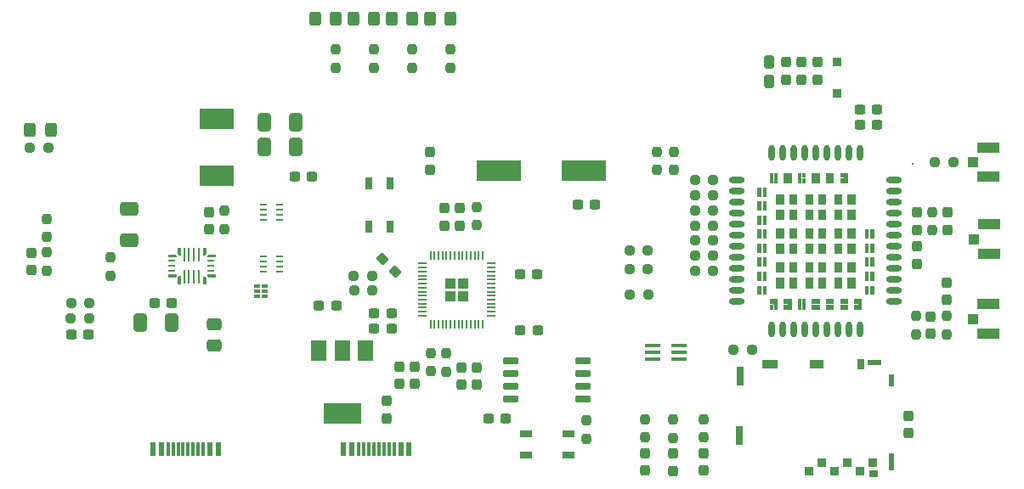
<source format=gbr>
%TF.GenerationSoftware,KiCad,Pcbnew,(6.0.2-0)*%
%TF.CreationDate,2022-03-01T14:38:21+01:00*%
%TF.ProjectId,RP2040GPSTracker,52503230-3430-4475-9053-547261636b65,rev?*%
%TF.SameCoordinates,PX4416780PY363af58*%
%TF.FileFunction,Paste,Top*%
%TF.FilePolarity,Positive*%
%FSLAX46Y46*%
G04 Gerber Fmt 4.6, Leading zero omitted, Abs format (unit mm)*
G04 Created by KiCad (PCBNEW (6.0.2-0)) date 2022-03-01 14:38:21*
%MOMM*%
%LPD*%
G01*
G04 APERTURE LIST*
G04 Aperture macros list*
%AMRoundRect*
0 Rectangle with rounded corners*
0 $1 Rounding radius*
0 $2 $3 $4 $5 $6 $7 $8 $9 X,Y pos of 4 corners*
0 Add a 4 corners polygon primitive as box body*
4,1,4,$2,$3,$4,$5,$6,$7,$8,$9,$2,$3,0*
0 Add four circle primitives for the rounded corners*
1,1,$1+$1,$2,$3*
1,1,$1+$1,$4,$5*
1,1,$1+$1,$6,$7*
1,1,$1+$1,$8,$9*
0 Add four rect primitives between the rounded corners*
20,1,$1+$1,$2,$3,$4,$5,0*
20,1,$1+$1,$4,$5,$6,$7,0*
20,1,$1+$1,$6,$7,$8,$9,0*
20,1,$1+$1,$8,$9,$2,$3,0*%
G04 Aperture macros list end*
%ADD10C,0.100000*%
%ADD11C,0.010000*%
%ADD12R,0.838200X0.939800*%
%ADD13R,0.939800X0.787400*%
%ADD14R,0.558800X1.651000*%
%ADD15R,0.558800X1.219200*%
%ADD16R,1.371600X0.609600*%
%ADD17R,0.736600X1.016000*%
%ADD18R,1.346200X0.965200*%
%ADD19R,1.574800X0.965200*%
%ADD20R,0.635000X1.955800*%
%ADD21R,0.600000X1.450000*%
%ADD22R,0.300000X1.450000*%
%ADD23RoundRect,0.250000X-0.412500X-0.650000X0.412500X-0.650000X0.412500X0.650000X-0.412500X0.650000X0*%
%ADD24RoundRect,0.237500X0.237500X-0.250000X0.237500X0.250000X-0.237500X0.250000X-0.237500X-0.250000X0*%
%ADD25RoundRect,0.237500X-0.237500X0.300000X-0.237500X-0.300000X0.237500X-0.300000X0.237500X0.300000X0*%
%ADD26RoundRect,0.237500X-0.250000X-0.237500X0.250000X-0.237500X0.250000X0.237500X-0.250000X0.237500X0*%
%ADD27RoundRect,0.237500X0.237500X-0.300000X0.237500X0.300000X-0.237500X0.300000X-0.237500X-0.300000X0*%
%ADD28RoundRect,0.237500X0.300000X0.237500X-0.300000X0.237500X-0.300000X-0.237500X0.300000X-0.237500X0*%
%ADD29R,0.127000X0.127000*%
%ADD30R,0.250000X1.400000*%
%ADD31R,0.700000X0.250000*%
%ADD32O,1.600000X0.600000*%
%ADD33O,0.600000X1.600000*%
%ADD34RoundRect,0.250000X-0.650000X0.412500X-0.650000X-0.412500X0.650000X-0.412500X0.650000X0.412500X0*%
%ADD35RoundRect,0.237500X-0.237500X0.250000X-0.237500X-0.250000X0.237500X-0.250000X0.237500X0.250000X0*%
%ADD36RoundRect,0.237500X0.250000X0.237500X-0.250000X0.237500X-0.250000X-0.237500X0.250000X-0.237500X0*%
%ADD37R,1.041400X0.990600*%
%ADD38R,2.209800X1.041400*%
%ADD39RoundRect,0.250000X-0.325000X-0.450000X0.325000X-0.450000X0.325000X0.450000X-0.325000X0.450000X0*%
%ADD40RoundRect,0.250000X0.325000X0.450000X-0.325000X0.450000X-0.325000X-0.450000X0.325000X-0.450000X0*%
%ADD41R,1.500000X0.400000*%
%ADD42RoundRect,0.250000X0.292217X0.292217X-0.292217X0.292217X-0.292217X-0.292217X0.292217X-0.292217X0*%
%ADD43RoundRect,0.050000X0.387500X0.050000X-0.387500X0.050000X-0.387500X-0.050000X0.387500X-0.050000X0*%
%ADD44RoundRect,0.050000X0.050000X0.387500X-0.050000X0.387500X-0.050000X-0.387500X0.050000X-0.387500X0*%
%ADD45R,3.400000X2.000000*%
%ADD46RoundRect,0.237500X-0.300000X-0.237500X0.300000X-0.237500X0.300000X0.237500X-0.300000X0.237500X0*%
%ADD47R,0.711200X0.228600*%
%ADD48R,1.500000X2.000000*%
%ADD49R,3.800000X2.000000*%
%ADD50RoundRect,0.237500X0.237500X-0.287500X0.237500X0.287500X-0.237500X0.287500X-0.237500X-0.287500X0*%
%ADD51RoundRect,0.237500X-0.380070X0.044194X0.044194X-0.380070X0.380070X-0.044194X-0.044194X0.380070X0*%
%ADD52R,0.203200X0.203200*%
%ADD53R,0.101600X0.635000*%
%ADD54R,4.500000X2.000000*%
%ADD55RoundRect,0.250000X0.275000X-0.400000X0.275000X0.400000X-0.275000X0.400000X-0.275000X-0.400000X0*%
%ADD56R,0.950000X0.900000*%
%ADD57R,0.650000X1.200000*%
%ADD58RoundRect,0.250000X-0.475000X0.337500X-0.475000X-0.337500X0.475000X-0.337500X0.475000X0.337500X0*%
%ADD59R,1.200000X0.650000*%
%ADD60RoundRect,0.150000X0.650000X0.150000X-0.650000X0.150000X-0.650000X-0.150000X0.650000X-0.150000X0*%
G04 APERTURE END LIST*
D10*
%TO.C,U6*%
X15822255Y29006896D02*
X16072255Y29006896D01*
X16072255Y29006896D02*
X16072255Y28306896D01*
X16072255Y28306896D02*
X15922255Y28306896D01*
X15922255Y28306896D02*
X15822255Y28406896D01*
X15822255Y28406896D02*
X15822255Y29006896D01*
G36*
X16072255Y28306896D02*
G01*
X15922255Y28306896D01*
X15822255Y28406896D01*
X15822255Y29006896D01*
X16072255Y29006896D01*
X16072255Y28306896D01*
G37*
X16072255Y28306896D02*
X15922255Y28306896D01*
X15822255Y28406896D01*
X15822255Y29006896D01*
X16072255Y29006896D01*
X16072255Y28306896D01*
X18572885Y29006896D02*
X18322885Y29006896D01*
X18322885Y29006896D02*
X18322885Y28306896D01*
X18322885Y28306896D02*
X18472885Y28306896D01*
X18472885Y28306896D02*
X18572885Y28406896D01*
X18572885Y28406896D02*
X18572885Y29006896D01*
G36*
X18572885Y28406896D02*
G01*
X18472885Y28306896D01*
X18322885Y28306896D01*
X18322885Y29006896D01*
X18572885Y29006896D01*
X18572885Y28406896D01*
G37*
X18572885Y28406896D02*
X18472885Y28306896D01*
X18322885Y28306896D01*
X18322885Y29006896D01*
X18572885Y29006896D01*
X18572885Y28406896D01*
X14897569Y28332148D02*
X14897569Y28082148D01*
X14897569Y28082148D02*
X15597569Y28082148D01*
X15597569Y28082148D02*
X15597569Y28232148D01*
X15597569Y28232148D02*
X15497569Y28332148D01*
X15497569Y28332148D02*
X14897569Y28332148D01*
G36*
X15597569Y28232148D02*
G01*
X15597569Y28082148D01*
X14897569Y28082148D01*
X14897569Y28332148D01*
X15497569Y28332148D01*
X15597569Y28232148D01*
G37*
X15597569Y28232148D02*
X15597569Y28082148D01*
X14897569Y28082148D01*
X14897569Y28332148D01*
X15497569Y28332148D01*
X15597569Y28232148D01*
X15822255Y25406896D02*
X16072255Y25406896D01*
X16072255Y25406896D02*
X16072255Y26206896D01*
X16072255Y26206896D02*
X15922255Y26206896D01*
X15922255Y26206896D02*
X15822255Y26006896D01*
X15822255Y26006896D02*
X15822255Y25406896D01*
G36*
X16072255Y25406896D02*
G01*
X15822255Y25406896D01*
X15822255Y26006896D01*
X15922255Y26206896D01*
X16072255Y26206896D01*
X16072255Y25406896D01*
G37*
X16072255Y25406896D02*
X15822255Y25406896D01*
X15822255Y26006896D01*
X15922255Y26206896D01*
X16072255Y26206896D01*
X16072255Y25406896D01*
X19497571Y26081644D02*
X19497571Y26331644D01*
X19497571Y26331644D02*
X18797571Y26331644D01*
X18797571Y26331644D02*
X18797571Y26181644D01*
X18797571Y26181644D02*
X18897571Y26081644D01*
X18897571Y26081644D02*
X19497571Y26081644D01*
G36*
X19497571Y26081644D02*
G01*
X18897571Y26081644D01*
X18797571Y26181644D01*
X18797571Y26331644D01*
X19497571Y26331644D01*
X19497571Y26081644D01*
G37*
X19497571Y26081644D02*
X18897571Y26081644D01*
X18797571Y26181644D01*
X18797571Y26331644D01*
X19497571Y26331644D01*
X19497571Y26081644D01*
X18572885Y25406896D02*
X18322885Y25406896D01*
X18322885Y25406896D02*
X18322885Y26106896D01*
X18322885Y26106896D02*
X18472885Y26106896D01*
X18472885Y26106896D02*
X18572885Y26006896D01*
X18572885Y26006896D02*
X18572885Y25406896D01*
G36*
X18572885Y26006896D02*
G01*
X18572885Y25406896D01*
X18322885Y25406896D01*
X18322885Y26106896D01*
X18472885Y26106896D01*
X18572885Y26006896D01*
G37*
X18572885Y26006896D02*
X18572885Y25406896D01*
X18322885Y25406896D01*
X18322885Y26106896D01*
X18472885Y26106896D01*
X18572885Y26006896D01*
X14897569Y26081644D02*
X14897569Y26331644D01*
X14897569Y26331644D02*
X15597569Y26331644D01*
X15597569Y26331644D02*
X15597569Y26181644D01*
X15597569Y26181644D02*
X15497569Y26081644D01*
X15497569Y26081644D02*
X14897569Y26081644D01*
G36*
X15597569Y26181644D02*
G01*
X15497569Y26081644D01*
X14897569Y26081644D01*
X14897569Y26331644D01*
X15597569Y26331644D01*
X15597569Y26181644D01*
G37*
X15597569Y26181644D02*
X15497569Y26081644D01*
X14897569Y26081644D01*
X14897569Y26331644D01*
X15597569Y26331644D01*
X15597569Y26181644D01*
X19497571Y28332148D02*
X19497571Y28082148D01*
X19497571Y28082148D02*
X18797571Y28082148D01*
X18797571Y28082148D02*
X18797571Y28232148D01*
X18797571Y28232148D02*
X18897571Y28332148D01*
X18897571Y28332148D02*
X19497571Y28332148D01*
G36*
X19497571Y28082148D02*
G01*
X18797571Y28082148D01*
X18797571Y28232148D01*
X18897571Y28332148D01*
X19497571Y28332148D01*
X19497571Y28082148D01*
G37*
X19497571Y28082148D02*
X18797571Y28082148D01*
X18797571Y28232148D01*
X18897571Y28332148D01*
X19497571Y28332148D01*
X19497571Y28082148D01*
D11*
%TO.C,U2*%
X80404150Y35931200D02*
X80704000Y35931200D01*
X80704000Y35931200D02*
X80704000Y35502030D01*
X80704000Y35502030D02*
X80404150Y35502030D01*
X80404150Y35502030D02*
X80404150Y35931200D01*
G36*
X80704000Y35502030D02*
G01*
X80404150Y35502030D01*
X80404150Y35931200D01*
X80704000Y35931200D01*
X80704000Y35502030D01*
G37*
X80704000Y35502030D02*
X80404150Y35502030D01*
X80404150Y35931200D01*
X80704000Y35931200D01*
X80704000Y35502030D01*
X77603510Y23331200D02*
X77904000Y23331200D01*
X77904000Y23331200D02*
X77904000Y22899320D01*
X77904000Y22899320D02*
X77603510Y22899320D01*
X77603510Y22899320D02*
X77603510Y23331200D01*
G36*
X77904000Y22899320D02*
G01*
X77603510Y22899320D01*
X77603510Y23331200D01*
X77904000Y23331200D01*
X77904000Y22899320D01*
G37*
X77904000Y22899320D02*
X77603510Y22899320D01*
X77603510Y23331200D01*
X77904000Y23331200D01*
X77904000Y22899320D01*
X76601700Y36461200D02*
X76904000Y36461200D01*
X76904000Y36461200D02*
X76904000Y36036520D01*
X76904000Y36036520D02*
X76601700Y36036520D01*
X76601700Y36036520D02*
X76601700Y36461200D01*
G36*
X76904000Y36036520D02*
G01*
X76601700Y36036520D01*
X76601700Y36461200D01*
X76904000Y36461200D01*
X76904000Y36036520D01*
G37*
X76904000Y36036520D02*
X76601700Y36036520D01*
X76601700Y36461200D01*
X76904000Y36461200D01*
X76904000Y36036520D01*
X82556140Y32781200D02*
X83254000Y32781200D01*
X83254000Y32781200D02*
X83254000Y31832640D01*
X83254000Y31832640D02*
X82556140Y31832640D01*
X82556140Y31832640D02*
X82556140Y32781200D01*
G36*
X83254000Y31832640D02*
G01*
X82556140Y31832640D01*
X82556140Y32781200D01*
X83254000Y32781200D01*
X83254000Y31832640D01*
G37*
X83254000Y31832640D02*
X82556140Y31832640D01*
X82556140Y32781200D01*
X83254000Y32781200D01*
X83254000Y31832640D01*
X80405070Y36461200D02*
X80704000Y36461200D01*
X80704000Y36461200D02*
X80704000Y36037650D01*
X80704000Y36037650D02*
X80405070Y36037650D01*
X80405070Y36037650D02*
X80405070Y36461200D01*
G36*
X80704000Y36037650D02*
G01*
X80405070Y36037650D01*
X80405070Y36461200D01*
X80704000Y36461200D01*
X80704000Y36037650D01*
G37*
X80704000Y36037650D02*
X80405070Y36037650D01*
X80405070Y36461200D01*
X80704000Y36461200D01*
X80704000Y36037650D01*
X73585790Y28996200D02*
X73889000Y28996200D01*
X73889000Y28996200D02*
X73889000Y28565580D01*
X73889000Y28565580D02*
X73585790Y28565580D01*
X73585790Y28565580D02*
X73585790Y28996200D01*
G36*
X73889000Y28565580D02*
G01*
X73585790Y28565580D01*
X73585790Y28996200D01*
X73889000Y28996200D01*
X73889000Y28565580D01*
G37*
X73889000Y28565580D02*
X73585790Y28565580D01*
X73585790Y28996200D01*
X73889000Y28996200D01*
X73889000Y28565580D01*
X79404022Y36461200D02*
X79704000Y36461200D01*
X79704000Y36461200D02*
X79704000Y36033970D01*
X79704000Y36033970D02*
X79404022Y36033970D01*
X79404022Y36033970D02*
X79404022Y36461200D01*
G36*
X79704000Y36033970D02*
G01*
X79404022Y36033970D01*
X79404022Y36461200D01*
X79704000Y36461200D01*
X79704000Y36033970D01*
G37*
X79704000Y36033970D02*
X79404022Y36033970D01*
X79404022Y36461200D01*
X79704000Y36461200D01*
X79704000Y36033970D01*
X82560050Y29381200D02*
X83254000Y29381200D01*
X83254000Y29381200D02*
X83254000Y28428840D01*
X83254000Y28428840D02*
X82560050Y28428840D01*
X82560050Y28428840D02*
X82560050Y29381200D01*
G36*
X83254000Y28428840D02*
G01*
X82560050Y28428840D01*
X82560050Y29381200D01*
X83254000Y29381200D01*
X83254000Y28428840D01*
G37*
X83254000Y28428840D02*
X82560050Y28428840D01*
X82560050Y29381200D01*
X83254000Y29381200D01*
X83254000Y28428840D01*
X78352010Y30931200D02*
X79054000Y30931200D01*
X79054000Y30931200D02*
X79054000Y29981797D01*
X79054000Y29981797D02*
X78352010Y29981797D01*
X78352010Y29981797D02*
X78352010Y30931200D01*
G36*
X79054000Y29981797D02*
G01*
X78352010Y29981797D01*
X78352010Y30931200D01*
X79054000Y30931200D01*
X79054000Y29981797D01*
G37*
X79054000Y29981797D02*
X78352010Y29981797D01*
X78352010Y30931200D01*
X79054000Y30931200D01*
X79054000Y29981797D01*
X76753870Y27531200D02*
X77454000Y27531200D01*
X77454000Y27531200D02*
X77454000Y26581040D01*
X77454000Y26581040D02*
X76753870Y26581040D01*
X76753870Y26581040D02*
X76753870Y27531200D01*
G36*
X77454000Y26581040D02*
G01*
X76753870Y26581040D01*
X76753870Y27531200D01*
X77454000Y27531200D01*
X77454000Y26581040D01*
G37*
X77454000Y26581040D02*
X76753870Y26581040D01*
X76753870Y27531200D01*
X77454000Y27531200D01*
X77454000Y26581040D01*
X79003370Y35931200D02*
X79304000Y35931200D01*
X79304000Y35931200D02*
X79304000Y35511680D01*
X79304000Y35511680D02*
X79003370Y35511680D01*
X79003370Y35511680D02*
X79003370Y35931200D01*
G36*
X79304000Y35511680D02*
G01*
X79003370Y35511680D01*
X79003370Y35931200D01*
X79304000Y35931200D01*
X79304000Y35511680D01*
G37*
X79304000Y35511680D02*
X79003370Y35511680D01*
X79003370Y35931200D01*
X79304000Y35931200D01*
X79304000Y35511680D01*
X82557740Y30931200D02*
X83254000Y30931200D01*
X83254000Y30931200D02*
X83254000Y29981551D01*
X83254000Y29981551D02*
X82557740Y29981551D01*
X82557740Y29981551D02*
X82557740Y30931200D01*
G36*
X83254000Y29981551D02*
G01*
X82557740Y29981551D01*
X82557740Y30931200D01*
X83254000Y30931200D01*
X83254000Y29981551D01*
G37*
X83254000Y29981551D02*
X82557740Y29981551D01*
X82557740Y30931200D01*
X83254000Y30931200D01*
X83254000Y29981551D01*
X77601300Y23861200D02*
X77904000Y23861200D01*
X77904000Y23861200D02*
X77904000Y23421560D01*
X77904000Y23421560D02*
X77601300Y23421560D01*
X77601300Y23421560D02*
X77601300Y23861200D01*
G36*
X77904000Y23421560D02*
G01*
X77601300Y23421560D01*
X77601300Y23861200D01*
X77904000Y23861200D01*
X77904000Y23421560D01*
G37*
X77904000Y23421560D02*
X77601300Y23421560D01*
X77601300Y23861200D01*
X77904000Y23861200D01*
X77904000Y23421560D01*
X75450260Y34331200D02*
X76154000Y34331200D01*
X76154000Y34331200D02*
X76154000Y33384750D01*
X76154000Y33384750D02*
X75450260Y33384750D01*
X75450260Y33384750D02*
X75450260Y34331200D01*
G36*
X76154000Y33384750D02*
G01*
X75450260Y33384750D01*
X75450260Y34331200D01*
X76154000Y34331200D01*
X76154000Y33384750D01*
G37*
X76154000Y33384750D02*
X75450260Y33384750D01*
X75450260Y34331200D01*
X76154000Y34331200D01*
X76154000Y33384750D01*
X74114590Y34996200D02*
X74419000Y34996200D01*
X74419000Y34996200D02*
X74419000Y34570320D01*
X74419000Y34570320D02*
X74114590Y34570320D01*
X74114590Y34570320D02*
X74114590Y34996200D01*
G36*
X74419000Y34570320D02*
G01*
X74114590Y34570320D01*
X74114590Y34996200D01*
X74419000Y34996200D01*
X74419000Y34570320D01*
G37*
X74419000Y34570320D02*
X74114590Y34570320D01*
X74114590Y34996200D01*
X74419000Y34996200D01*
X74419000Y34570320D01*
X74115260Y31796200D02*
X74419000Y31796200D01*
X74419000Y31796200D02*
X74419000Y31367400D01*
X74419000Y31367400D02*
X74115260Y31367400D01*
X74115260Y31367400D02*
X74115260Y31796200D01*
G36*
X74419000Y31367400D02*
G01*
X74115260Y31367400D01*
X74115260Y31796200D01*
X74419000Y31796200D01*
X74419000Y31367400D01*
G37*
X74419000Y31367400D02*
X74115260Y31367400D01*
X74115260Y31796200D01*
X74419000Y31796200D01*
X74419000Y31367400D01*
X81256080Y34331200D02*
X81954000Y34331200D01*
X81954000Y34331200D02*
X81954000Y33385250D01*
X81954000Y33385250D02*
X81256080Y33385250D01*
X81256080Y33385250D02*
X81256080Y34331200D01*
G36*
X81954000Y33385250D02*
G01*
X81256080Y33385250D01*
X81256080Y34331200D01*
X81954000Y34331200D01*
X81954000Y33385250D01*
G37*
X81954000Y33385250D02*
X81256080Y33385250D01*
X81256080Y34331200D01*
X81954000Y34331200D01*
X81954000Y33385250D01*
X74116690Y30396200D02*
X74419000Y30396200D01*
X74419000Y30396200D02*
X74419000Y29966326D01*
X74419000Y29966326D02*
X74116690Y29966326D01*
X74116690Y29966326D02*
X74116690Y30396200D01*
G36*
X74419000Y29966326D02*
G01*
X74116690Y29966326D01*
X74116690Y30396200D01*
X74419000Y30396200D01*
X74419000Y29966326D01*
G37*
X74419000Y29966326D02*
X74116690Y29966326D01*
X74116690Y30396200D01*
X74419000Y30396200D01*
X74419000Y29966326D01*
X84823350Y24796200D02*
X85119000Y24796200D01*
X85119000Y24796200D02*
X85119000Y24361970D01*
X85119000Y24361970D02*
X84823350Y24361970D01*
X84823350Y24361970D02*
X84823350Y24796200D01*
G36*
X85119000Y24361970D02*
G01*
X84823350Y24361970D01*
X84823350Y24796200D01*
X85119000Y24796200D01*
X85119000Y24361970D01*
G37*
X85119000Y24361970D02*
X84823350Y24361970D01*
X84823350Y24796200D01*
X85119000Y24796200D01*
X85119000Y24361970D01*
X74799630Y23861200D02*
X75104000Y23861200D01*
X75104000Y23861200D02*
X75104000Y23425190D01*
X75104000Y23425190D02*
X74799630Y23425190D01*
X74799630Y23425190D02*
X74799630Y23861200D01*
G36*
X75104000Y23425190D02*
G01*
X74799630Y23425190D01*
X74799630Y23861200D01*
X75104000Y23861200D01*
X75104000Y23425190D01*
G37*
X75104000Y23425190D02*
X74799630Y23425190D01*
X74799630Y23861200D01*
X75104000Y23861200D01*
X75104000Y23425190D01*
X82204270Y23861200D02*
X82504000Y23861200D01*
X82504000Y23861200D02*
X82504000Y23430620D01*
X82504000Y23430620D02*
X82204270Y23430620D01*
X82204270Y23430620D02*
X82204270Y23861200D01*
G36*
X82504000Y23430620D02*
G01*
X82204270Y23430620D01*
X82204270Y23861200D01*
X82504000Y23861200D01*
X82504000Y23430620D01*
G37*
X82504000Y23430620D02*
X82204270Y23430620D01*
X82204270Y23861200D01*
X82504000Y23861200D01*
X82504000Y23430620D01*
X73578750Y34996200D02*
X73889000Y34996200D01*
X73889000Y34996200D02*
X73889000Y34574880D01*
X73889000Y34574880D02*
X73578750Y34574880D01*
X73578750Y34574880D02*
X73578750Y34996200D01*
G36*
X73889000Y34574880D02*
G01*
X73578750Y34574880D01*
X73578750Y34996200D01*
X73889000Y34996200D01*
X73889000Y34574880D01*
G37*
X73889000Y34574880D02*
X73578750Y34574880D01*
X73578750Y34996200D01*
X73889000Y34996200D01*
X73889000Y34574880D01*
X84291390Y30396200D02*
X84589000Y30396200D01*
X84589000Y30396200D02*
X84589000Y29966338D01*
X84589000Y29966338D02*
X84291390Y29966338D01*
X84291390Y29966338D02*
X84291390Y30396200D01*
G36*
X84589000Y29966338D02*
G01*
X84291390Y29966338D01*
X84291390Y30396200D01*
X84589000Y30396200D01*
X84589000Y29966338D01*
G37*
X84589000Y29966338D02*
X84291390Y29966338D01*
X84291390Y30396200D01*
X84589000Y30396200D01*
X84589000Y29966338D01*
X74110310Y27996200D02*
X74419000Y27996200D01*
X74419000Y27996200D02*
X74419000Y27562690D01*
X74419000Y27562690D02*
X74110310Y27562690D01*
X74110310Y27562690D02*
X74110310Y27996200D01*
G36*
X74419000Y27562690D02*
G01*
X74110310Y27562690D01*
X74110310Y27996200D01*
X74419000Y27996200D01*
X74419000Y27562690D01*
G37*
X74419000Y27562690D02*
X74110310Y27562690D01*
X74110310Y27996200D01*
X74419000Y27996200D01*
X74419000Y27562690D01*
X84293600Y29396200D02*
X84589000Y29396200D01*
X84589000Y29396200D02*
X84589000Y28965534D01*
X84589000Y28965534D02*
X84293600Y28965534D01*
X84293600Y28965534D02*
X84293600Y29396200D01*
G36*
X84589000Y28965534D02*
G01*
X84293600Y28965534D01*
X84293600Y29396200D01*
X84589000Y29396200D01*
X84589000Y28965534D01*
G37*
X84589000Y28965534D02*
X84293600Y28965534D01*
X84293600Y29396200D01*
X84589000Y29396200D01*
X84589000Y28965534D01*
X84829610Y30396200D02*
X85119000Y30396200D01*
X85119000Y30396200D02*
X85119000Y29966753D01*
X85119000Y29966753D02*
X84829610Y29966753D01*
X84829610Y29966753D02*
X84829610Y30396200D01*
G36*
X85119000Y29966753D02*
G01*
X84829610Y29966753D01*
X84829610Y30396200D01*
X85119000Y30396200D01*
X85119000Y29966753D01*
G37*
X85119000Y29966753D02*
X84829610Y29966753D01*
X84829610Y30396200D01*
X85119000Y30396200D01*
X85119000Y29966753D01*
X74113380Y27596200D02*
X74419000Y27596200D01*
X74419000Y27596200D02*
X74419000Y27163500D01*
X74419000Y27163500D02*
X74113380Y27163500D01*
X74113380Y27163500D02*
X74113380Y27596200D01*
G36*
X74419000Y27163500D02*
G01*
X74113380Y27163500D01*
X74113380Y27596200D01*
X74419000Y27596200D01*
X74419000Y27163500D01*
G37*
X74419000Y27163500D02*
X74113380Y27163500D01*
X74113380Y27596200D01*
X74419000Y27596200D01*
X74419000Y27163500D01*
X75449390Y32781200D02*
X76154000Y32781200D01*
X76154000Y32781200D02*
X76154000Y31833740D01*
X76154000Y31833740D02*
X75449390Y31833740D01*
X75449390Y31833740D02*
X75449390Y32781200D01*
G36*
X76154000Y31833740D02*
G01*
X75449390Y31833740D01*
X75449390Y32781200D01*
X76154000Y32781200D01*
X76154000Y31833740D01*
G37*
X76154000Y31833740D02*
X75449390Y31833740D01*
X75449390Y32781200D01*
X76154000Y32781200D01*
X76154000Y31833740D01*
X74799840Y36461200D02*
X75104000Y36461200D01*
X75104000Y36461200D02*
X75104000Y36037010D01*
X75104000Y36037010D02*
X74799840Y36037010D01*
X74799840Y36037010D02*
X74799840Y36461200D01*
G36*
X75104000Y36037010D02*
G01*
X74799840Y36037010D01*
X74799840Y36461200D01*
X75104000Y36461200D01*
X75104000Y36037010D01*
G37*
X75104000Y36037010D02*
X74799840Y36037010D01*
X74799840Y36461200D01*
X75104000Y36461200D01*
X75104000Y36037010D01*
X84827480Y26196200D02*
X85119000Y26196200D01*
X85119000Y26196200D02*
X85119000Y25760130D01*
X85119000Y25760130D02*
X84827480Y25760130D01*
X84827480Y25760130D02*
X84827480Y26196200D01*
G36*
X85119000Y25760130D02*
G01*
X84827480Y25760130D01*
X84827480Y26196200D01*
X85119000Y26196200D01*
X85119000Y25760130D01*
G37*
X85119000Y25760130D02*
X84827480Y25760130D01*
X84827480Y26196200D01*
X85119000Y26196200D01*
X85119000Y25760130D01*
X80805650Y23861200D02*
X81104000Y23861200D01*
X81104000Y23861200D02*
X81104000Y23424100D01*
X81104000Y23424100D02*
X80805650Y23424100D01*
X80805650Y23424100D02*
X80805650Y23861200D01*
G36*
X81104000Y23424100D02*
G01*
X80805650Y23424100D01*
X80805650Y23861200D01*
X81104000Y23861200D01*
X81104000Y23424100D01*
G37*
X81104000Y23424100D02*
X80805650Y23424100D01*
X80805650Y23861200D01*
X81104000Y23861200D01*
X81104000Y23424100D01*
X78352910Y34331200D02*
X79054000Y34331200D01*
X79054000Y34331200D02*
X79054000Y33385240D01*
X79054000Y33385240D02*
X78352910Y33385240D01*
X78352910Y33385240D02*
X78352910Y34331200D01*
G36*
X79054000Y33385240D02*
G01*
X78352910Y33385240D01*
X78352910Y34331200D01*
X79054000Y34331200D01*
X79054000Y33385240D01*
G37*
X79054000Y33385240D02*
X78352910Y33385240D01*
X78352910Y34331200D01*
X79054000Y34331200D01*
X79054000Y33385240D01*
X76600330Y23331200D02*
X76904000Y23331200D01*
X76904000Y23331200D02*
X76904000Y22892150D01*
X76904000Y22892150D02*
X76600330Y22892150D01*
X76600330Y22892150D02*
X76600330Y23331200D01*
G36*
X76904000Y22892150D02*
G01*
X76600330Y22892150D01*
X76600330Y23331200D01*
X76904000Y23331200D01*
X76904000Y22892150D01*
G37*
X76904000Y22892150D02*
X76600330Y22892150D01*
X76600330Y23331200D01*
X76904000Y23331200D01*
X76904000Y22892150D01*
X81805650Y23861200D02*
X82104000Y23861200D01*
X82104000Y23861200D02*
X82104000Y23427000D01*
X82104000Y23427000D02*
X81805650Y23427000D01*
X81805650Y23427000D02*
X81805650Y23861200D01*
G36*
X82104000Y23427000D02*
G01*
X81805650Y23427000D01*
X81805650Y23861200D01*
X82104000Y23861200D01*
X82104000Y23427000D01*
G37*
X82104000Y23427000D02*
X81805650Y23427000D01*
X81805650Y23861200D01*
X82104000Y23861200D01*
X82104000Y23427000D01*
X79654308Y34331200D02*
X80354000Y34331200D01*
X80354000Y34331200D02*
X80354000Y33385000D01*
X80354000Y33385000D02*
X79654308Y33385000D01*
X79654308Y33385000D02*
X79654308Y34331200D01*
G36*
X80354000Y33385000D02*
G01*
X79654308Y33385000D01*
X79654308Y34331200D01*
X80354000Y34331200D01*
X80354000Y33385000D01*
G37*
X80354000Y33385000D02*
X79654308Y33385000D01*
X79654308Y34331200D01*
X80354000Y34331200D01*
X80354000Y33385000D01*
X79654593Y32781200D02*
X80354000Y32781200D01*
X80354000Y32781200D02*
X80354000Y31835450D01*
X80354000Y31835450D02*
X79654593Y31835450D01*
X79654593Y31835450D02*
X79654593Y32781200D01*
G36*
X80354000Y31835450D02*
G01*
X79654593Y31835450D01*
X79654593Y32781200D01*
X80354000Y32781200D01*
X80354000Y31835450D01*
G37*
X80354000Y31835450D02*
X79654593Y31835450D01*
X79654593Y32781200D01*
X80354000Y32781200D01*
X80354000Y31835450D01*
X78353410Y32781200D02*
X79054000Y32781200D01*
X79054000Y32781200D02*
X79054000Y31832470D01*
X79054000Y31832470D02*
X78353410Y31832470D01*
X78353410Y31832470D02*
X78353410Y32781200D01*
G36*
X79054000Y31832470D02*
G01*
X78353410Y31832470D01*
X78353410Y32781200D01*
X79054000Y32781200D01*
X79054000Y31832470D01*
G37*
X79054000Y31832470D02*
X78353410Y31832470D01*
X78353410Y32781200D01*
X79054000Y32781200D01*
X79054000Y31832470D01*
X75449370Y27531200D02*
X76154000Y27531200D01*
X76154000Y27531200D02*
X76154000Y26577520D01*
X76154000Y26577520D02*
X75449370Y26577520D01*
X75449370Y26577520D02*
X75449370Y27531200D01*
G36*
X76154000Y26577520D02*
G01*
X75449370Y26577520D01*
X75449370Y27531200D01*
X76154000Y27531200D01*
X76154000Y26577520D01*
G37*
X76154000Y26577520D02*
X75449370Y26577520D01*
X75449370Y27531200D01*
X76154000Y27531200D01*
X76154000Y26577520D01*
X79003950Y23861200D02*
X79304000Y23861200D01*
X79304000Y23861200D02*
X79304000Y23430300D01*
X79304000Y23430300D02*
X79003950Y23430300D01*
X79003950Y23430300D02*
X79003950Y23861200D01*
G36*
X79304000Y23430300D02*
G01*
X79003950Y23430300D01*
X79003950Y23861200D01*
X79304000Y23861200D01*
X79304000Y23430300D01*
G37*
X79304000Y23430300D02*
X79003950Y23430300D01*
X79003950Y23861200D01*
X79304000Y23861200D01*
X79304000Y23430300D01*
X73585610Y27596200D02*
X73889000Y27596200D01*
X73889000Y27596200D02*
X73889000Y27164720D01*
X73889000Y27164720D02*
X73585610Y27164720D01*
X73585610Y27164720D02*
X73585610Y27596200D01*
G36*
X73889000Y27164720D02*
G01*
X73585610Y27164720D01*
X73585610Y27596200D01*
X73889000Y27596200D01*
X73889000Y27164720D01*
G37*
X73889000Y27164720D02*
X73585610Y27164720D01*
X73585610Y27596200D01*
X73889000Y27596200D01*
X73889000Y27164720D01*
X80806460Y35931200D02*
X81104000Y35931200D01*
X81104000Y35931200D02*
X81104000Y35511060D01*
X81104000Y35511060D02*
X80806460Y35511060D01*
X80806460Y35511060D02*
X80806460Y35931200D01*
G36*
X81104000Y35511060D02*
G01*
X80806460Y35511060D01*
X80806460Y35931200D01*
X81104000Y35931200D01*
X81104000Y35511060D01*
G37*
X81104000Y35511060D02*
X80806460Y35511060D01*
X80806460Y35931200D01*
X81104000Y35931200D01*
X81104000Y35511060D01*
X84820740Y28996200D02*
X85119000Y28996200D01*
X85119000Y28996200D02*
X85119000Y28565850D01*
X85119000Y28565850D02*
X84820740Y28565850D01*
X84820740Y28565850D02*
X84820740Y28996200D01*
G36*
X85119000Y28565850D02*
G01*
X84820740Y28565850D01*
X84820740Y28996200D01*
X85119000Y28996200D01*
X85119000Y28565850D01*
G37*
X85119000Y28565850D02*
X84820740Y28565850D01*
X84820740Y28996200D01*
X85119000Y28996200D01*
X85119000Y28565850D01*
X74113460Y30796200D02*
X74419000Y30796200D01*
X74419000Y30796200D02*
X74419000Y30366925D01*
X74419000Y30366925D02*
X74113460Y30366925D01*
X74113460Y30366925D02*
X74113460Y30796200D01*
G36*
X74419000Y30366925D02*
G01*
X74113460Y30366925D01*
X74113460Y30796200D01*
X74419000Y30796200D01*
X74419000Y30366925D01*
G37*
X74419000Y30366925D02*
X74113460Y30366925D01*
X74113460Y30796200D01*
X74419000Y30796200D01*
X74419000Y30366925D01*
X82558710Y34331200D02*
X83254000Y34331200D01*
X83254000Y34331200D02*
X83254000Y33386650D01*
X83254000Y33386650D02*
X82558710Y33386650D01*
X82558710Y33386650D02*
X82558710Y34331200D01*
G36*
X83254000Y33386650D02*
G01*
X82558710Y33386650D01*
X82558710Y34331200D01*
X83254000Y34331200D01*
X83254000Y33386650D01*
G37*
X83254000Y33386650D02*
X82558710Y33386650D01*
X82558710Y34331200D01*
X83254000Y34331200D01*
X83254000Y33386650D01*
X84823880Y26596200D02*
X85119000Y26596200D01*
X85119000Y26596200D02*
X85119000Y26163060D01*
X85119000Y26163060D02*
X84823880Y26163060D01*
X84823880Y26163060D02*
X84823880Y26596200D01*
G36*
X85119000Y26163060D02*
G01*
X84823880Y26163060D01*
X84823880Y26596200D01*
X85119000Y26596200D01*
X85119000Y26163060D01*
G37*
X85119000Y26163060D02*
X84823880Y26163060D01*
X84823880Y26596200D01*
X85119000Y26596200D01*
X85119000Y26163060D01*
X78352830Y25981200D02*
X79054000Y25981200D01*
X79054000Y25981200D02*
X79054000Y25025770D01*
X79054000Y25025770D02*
X78352830Y25025770D01*
X78352830Y25025770D02*
X78352830Y25981200D01*
G36*
X79054000Y25025770D02*
G01*
X78352830Y25025770D01*
X78352830Y25981200D01*
X79054000Y25981200D01*
X79054000Y25025770D01*
G37*
X79054000Y25025770D02*
X78352830Y25025770D01*
X78352830Y25981200D01*
X79054000Y25981200D01*
X79054000Y25025770D01*
X84821610Y27996200D02*
X85119000Y27996200D01*
X85119000Y27996200D02*
X85119000Y27565190D01*
X85119000Y27565190D02*
X84821610Y27565190D01*
X84821610Y27565190D02*
X84821610Y27996200D01*
G36*
X85119000Y27565190D02*
G01*
X84821610Y27565190D01*
X84821610Y27996200D01*
X85119000Y27996200D01*
X85119000Y27565190D01*
G37*
X85119000Y27565190D02*
X84821610Y27565190D01*
X84821610Y27996200D01*
X85119000Y27996200D01*
X85119000Y27565190D01*
X73585420Y26596200D02*
X73889000Y26596200D01*
X73889000Y26596200D02*
X73889000Y26164020D01*
X73889000Y26164020D02*
X73585420Y26164020D01*
X73585420Y26164020D02*
X73585420Y26596200D01*
G36*
X73889000Y26164020D02*
G01*
X73585420Y26164020D01*
X73585420Y26596200D01*
X73889000Y26596200D01*
X73889000Y26164020D01*
G37*
X73889000Y26164020D02*
X73585420Y26164020D01*
X73585420Y26596200D01*
X73889000Y26596200D01*
X73889000Y26164020D01*
X76751630Y34331200D02*
X77454000Y34331200D01*
X77454000Y34331200D02*
X77454000Y33384570D01*
X77454000Y33384570D02*
X76751630Y33384570D01*
X76751630Y33384570D02*
X76751630Y34331200D01*
G36*
X77454000Y33384570D02*
G01*
X76751630Y33384570D01*
X76751630Y34331200D01*
X77454000Y34331200D01*
X77454000Y33384570D01*
G37*
X77454000Y33384570D02*
X76751630Y33384570D01*
X76751630Y34331200D01*
X77454000Y34331200D01*
X77454000Y33384570D01*
X84290310Y26596200D02*
X84589000Y26596200D01*
X84589000Y26596200D02*
X84589000Y26165270D01*
X84589000Y26165270D02*
X84290310Y26165270D01*
X84290310Y26165270D02*
X84290310Y26596200D01*
G36*
X84589000Y26165270D02*
G01*
X84290310Y26165270D01*
X84290310Y26596200D01*
X84589000Y26596200D01*
X84589000Y26165270D01*
G37*
X84589000Y26165270D02*
X84290310Y26165270D01*
X84290310Y26596200D01*
X84589000Y26596200D01*
X84589000Y26165270D01*
X78001330Y36461200D02*
X78304000Y36461200D01*
X78304000Y36461200D02*
X78304000Y36043780D01*
X78304000Y36043780D02*
X78001330Y36043780D01*
X78001330Y36043780D02*
X78001330Y36461200D01*
G36*
X78304000Y36043780D02*
G01*
X78001330Y36043780D01*
X78001330Y36461200D01*
X78304000Y36461200D01*
X78304000Y36043780D01*
G37*
X78304000Y36043780D02*
X78001330Y36043780D01*
X78001330Y36461200D01*
X78304000Y36461200D01*
X78304000Y36043780D01*
X76751610Y29381200D02*
X77454000Y29381200D01*
X77454000Y29381200D02*
X77454000Y28430050D01*
X77454000Y28430050D02*
X76751610Y28430050D01*
X76751610Y28430050D02*
X76751610Y29381200D01*
G36*
X77454000Y28430050D02*
G01*
X76751610Y28430050D01*
X76751610Y29381200D01*
X77454000Y29381200D01*
X77454000Y28430050D01*
G37*
X77454000Y28430050D02*
X76751610Y28430050D01*
X76751610Y29381200D01*
X77454000Y29381200D01*
X77454000Y28430050D01*
X77603470Y36461200D02*
X77904000Y36461200D01*
X77904000Y36461200D02*
X77904000Y36033110D01*
X77904000Y36033110D02*
X77603470Y36033110D01*
X77603470Y36033110D02*
X77603470Y36461200D01*
G36*
X77904000Y36033110D02*
G01*
X77603470Y36033110D01*
X77603470Y36461200D01*
X77904000Y36461200D01*
X77904000Y36033110D01*
G37*
X77904000Y36033110D02*
X77603470Y36033110D01*
X77603470Y36461200D01*
X77904000Y36461200D01*
X77904000Y36033110D01*
X82557190Y27531200D02*
X83254000Y27531200D01*
X83254000Y27531200D02*
X83254000Y26578110D01*
X83254000Y26578110D02*
X82557190Y26578110D01*
X82557190Y26578110D02*
X82557190Y27531200D01*
G36*
X83254000Y26578110D02*
G01*
X82557190Y26578110D01*
X82557190Y27531200D01*
X83254000Y27531200D01*
X83254000Y26578110D01*
G37*
X83254000Y26578110D02*
X82557190Y26578110D01*
X82557190Y27531200D01*
X83254000Y27531200D01*
X83254000Y26578110D01*
X73580130Y30396200D02*
X73889000Y30396200D01*
X73889000Y30396200D02*
X73889000Y29966639D01*
X73889000Y29966639D02*
X73580130Y29966639D01*
X73580130Y29966639D02*
X73580130Y30396200D01*
G36*
X73889000Y29966639D02*
G01*
X73580130Y29966639D01*
X73580130Y30396200D01*
X73889000Y30396200D01*
X73889000Y29966639D01*
G37*
X73889000Y29966639D02*
X73580130Y29966639D01*
X73580130Y30396200D01*
X73889000Y30396200D01*
X73889000Y29966639D01*
X73587150Y31796200D02*
X73889000Y31796200D01*
X73889000Y31796200D02*
X73889000Y31366740D01*
X73889000Y31366740D02*
X73587150Y31366740D01*
X73587150Y31366740D02*
X73587150Y31796200D01*
G36*
X73889000Y31366740D02*
G01*
X73587150Y31366740D01*
X73587150Y31796200D01*
X73889000Y31796200D01*
X73889000Y31366740D01*
G37*
X73889000Y31366740D02*
X73587150Y31366740D01*
X73587150Y31796200D01*
X73889000Y31796200D01*
X73889000Y31366740D01*
X79654488Y27531200D02*
X80354000Y27531200D01*
X80354000Y27531200D02*
X80354000Y26576150D01*
X80354000Y26576150D02*
X79654488Y26576150D01*
X79654488Y26576150D02*
X79654488Y27531200D01*
G36*
X80354000Y26576150D02*
G01*
X79654488Y26576150D01*
X79654488Y27531200D01*
X80354000Y27531200D01*
X80354000Y26576150D01*
G37*
X80354000Y26576150D02*
X79654488Y26576150D01*
X79654488Y27531200D01*
X80354000Y27531200D01*
X80354000Y26576150D01*
X78002500Y23331200D02*
X78304000Y23331200D01*
X78304000Y23331200D02*
X78304000Y22893670D01*
X78304000Y22893670D02*
X78002500Y22893670D01*
X78002500Y22893670D02*
X78002500Y23331200D01*
G36*
X78304000Y22893670D02*
G01*
X78002500Y22893670D01*
X78002500Y23331200D01*
X78304000Y23331200D01*
X78304000Y22893670D01*
G37*
X78304000Y22893670D02*
X78002500Y22893670D01*
X78002500Y23331200D01*
X78304000Y23331200D01*
X78304000Y22893670D01*
X82556030Y25981200D02*
X83254000Y25981200D01*
X83254000Y25981200D02*
X83254000Y25028250D01*
X83254000Y25028250D02*
X82556030Y25028250D01*
X82556030Y25028250D02*
X82556030Y25981200D01*
G36*
X83254000Y25028250D02*
G01*
X82556030Y25028250D01*
X82556030Y25981200D01*
X83254000Y25981200D01*
X83254000Y25028250D01*
G37*
X83254000Y25028250D02*
X82556030Y25028250D01*
X82556030Y25981200D01*
X83254000Y25981200D01*
X83254000Y25028250D01*
X81256220Y32781200D02*
X81954000Y32781200D01*
X81954000Y32781200D02*
X81954000Y31833720D01*
X81954000Y31833720D02*
X81256220Y31833720D01*
X81256220Y31833720D02*
X81256220Y32781200D01*
G36*
X81954000Y31833720D02*
G01*
X81256220Y31833720D01*
X81256220Y32781200D01*
X81954000Y32781200D01*
X81954000Y31833720D01*
G37*
X81954000Y31833720D02*
X81256220Y31833720D01*
X81256220Y32781200D01*
X81954000Y32781200D01*
X81954000Y31833720D01*
X75451460Y29381200D02*
X76154000Y29381200D01*
X76154000Y29381200D02*
X76154000Y28430380D01*
X76154000Y28430380D02*
X75451460Y28430380D01*
X75451460Y28430380D02*
X75451460Y29381200D01*
G36*
X76154000Y28430380D02*
G01*
X75451460Y28430380D01*
X75451460Y29381200D01*
X76154000Y29381200D01*
X76154000Y28430380D01*
G37*
X76154000Y28430380D02*
X75451460Y28430380D01*
X75451460Y29381200D01*
X76154000Y29381200D01*
X76154000Y28430380D01*
X76200350Y23331200D02*
X76504000Y23331200D01*
X76504000Y23331200D02*
X76504000Y22893350D01*
X76504000Y22893350D02*
X76200350Y22893350D01*
X76200350Y22893350D02*
X76200350Y23331200D01*
G36*
X76504000Y22893350D02*
G01*
X76200350Y22893350D01*
X76200350Y23331200D01*
X76504000Y23331200D01*
X76504000Y22893350D01*
G37*
X76504000Y22893350D02*
X76200350Y22893350D01*
X76200350Y23331200D01*
X76504000Y23331200D01*
X76504000Y22893350D01*
X74110030Y24796200D02*
X74419000Y24796200D01*
X74419000Y24796200D02*
X74419000Y24357090D01*
X74419000Y24357090D02*
X74110030Y24357090D01*
X74110030Y24357090D02*
X74110030Y24796200D01*
G36*
X74419000Y24357090D02*
G01*
X74110030Y24357090D01*
X74110030Y24796200D01*
X74419000Y24796200D01*
X74419000Y24357090D01*
G37*
X74419000Y24357090D02*
X74110030Y24357090D01*
X74110030Y24796200D01*
X74419000Y24796200D01*
X74419000Y24357090D01*
X74109870Y29396200D02*
X74419000Y29396200D01*
X74419000Y29396200D02*
X74419000Y28964953D01*
X74419000Y28964953D02*
X74109870Y28964953D01*
X74109870Y28964953D02*
X74109870Y29396200D01*
G36*
X74419000Y28964953D02*
G01*
X74109870Y28964953D01*
X74109870Y29396200D01*
X74419000Y29396200D01*
X74419000Y28964953D01*
G37*
X74419000Y28964953D02*
X74109870Y28964953D01*
X74109870Y29396200D01*
X74419000Y29396200D01*
X74419000Y28964953D01*
X81807430Y35931200D02*
X82104000Y35931200D01*
X82104000Y35931200D02*
X82104000Y35509350D01*
X82104000Y35509350D02*
X81807430Y35509350D01*
X81807430Y35509350D02*
X81807430Y35931200D01*
G36*
X82104000Y35509350D02*
G01*
X81807430Y35509350D01*
X81807430Y35931200D01*
X82104000Y35931200D01*
X82104000Y35509350D01*
G37*
X82104000Y35509350D02*
X81807430Y35509350D01*
X81807430Y35931200D01*
X82104000Y35931200D01*
X82104000Y35509350D01*
X74798600Y35931200D02*
X75104000Y35931200D01*
X75104000Y35931200D02*
X75104000Y35508100D01*
X75104000Y35508100D02*
X74798600Y35508100D01*
X74798600Y35508100D02*
X74798600Y35931200D01*
G36*
X75104000Y35508100D02*
G01*
X74798600Y35508100D01*
X74798600Y35931200D01*
X75104000Y35931200D01*
X75104000Y35508100D01*
G37*
X75104000Y35508100D02*
X74798600Y35508100D01*
X74798600Y35931200D01*
X75104000Y35931200D01*
X75104000Y35508100D01*
X76202750Y23861200D02*
X76504000Y23861200D01*
X76504000Y23861200D02*
X76504000Y23428720D01*
X76504000Y23428720D02*
X76202750Y23428720D01*
X76202750Y23428720D02*
X76202750Y23861200D01*
G36*
X76504000Y23428720D02*
G01*
X76202750Y23428720D01*
X76202750Y23861200D01*
X76504000Y23861200D01*
X76504000Y23428720D01*
G37*
X76504000Y23428720D02*
X76202750Y23428720D01*
X76202750Y23861200D01*
X76504000Y23861200D01*
X76504000Y23428720D01*
X73578620Y32196200D02*
X73889000Y32196200D01*
X73889000Y32196200D02*
X73889000Y31769950D01*
X73889000Y31769950D02*
X73578620Y31769950D01*
X73578620Y31769950D02*
X73578620Y32196200D01*
G36*
X73889000Y31769950D02*
G01*
X73578620Y31769950D01*
X73578620Y32196200D01*
X73889000Y32196200D01*
X73889000Y31769950D01*
G37*
X73889000Y31769950D02*
X73578620Y31769950D01*
X73578620Y32196200D01*
X73889000Y32196200D01*
X73889000Y31769950D01*
X73588110Y30796200D02*
X73889000Y30796200D01*
X73889000Y30796200D02*
X73889000Y30366306D01*
X73889000Y30366306D02*
X73588110Y30366306D01*
X73588110Y30366306D02*
X73588110Y30796200D01*
G36*
X73889000Y30366306D02*
G01*
X73588110Y30366306D01*
X73588110Y30796200D01*
X73889000Y30796200D01*
X73889000Y30366306D01*
G37*
X73889000Y30366306D02*
X73588110Y30366306D01*
X73588110Y30796200D01*
X73889000Y30796200D01*
X73889000Y30366306D01*
X81807240Y36461200D02*
X82104000Y36461200D01*
X82104000Y36461200D02*
X82104000Y36039610D01*
X82104000Y36039610D02*
X81807240Y36039610D01*
X81807240Y36039610D02*
X81807240Y36461200D01*
G36*
X82104000Y36039610D02*
G01*
X81807240Y36039610D01*
X81807240Y36461200D01*
X82104000Y36461200D01*
X82104000Y36039610D01*
G37*
X82104000Y36039610D02*
X81807240Y36039610D01*
X81807240Y36461200D01*
X82104000Y36461200D01*
X82104000Y36039610D01*
X84294660Y25196200D02*
X84589000Y25196200D01*
X84589000Y25196200D02*
X84589000Y24760560D01*
X84589000Y24760560D02*
X84294660Y24760560D01*
X84294660Y24760560D02*
X84294660Y25196200D01*
G36*
X84589000Y24760560D02*
G01*
X84294660Y24760560D01*
X84294660Y25196200D01*
X84589000Y25196200D01*
X84589000Y24760560D01*
G37*
X84589000Y24760560D02*
X84294660Y24760560D01*
X84294660Y25196200D01*
X84589000Y25196200D01*
X84589000Y24760560D01*
X84291450Y30796200D02*
X84589000Y30796200D01*
X84589000Y30796200D02*
X84589000Y30366540D01*
X84589000Y30366540D02*
X84291450Y30366540D01*
X84291450Y30366540D02*
X84291450Y30796200D01*
G36*
X84589000Y30366540D02*
G01*
X84291450Y30366540D01*
X84291450Y30796200D01*
X84589000Y30796200D01*
X84589000Y30366540D01*
G37*
X84589000Y30366540D02*
X84291450Y30366540D01*
X84291450Y30796200D01*
X84589000Y30796200D01*
X84589000Y30366540D01*
X78352400Y27531200D02*
X79054000Y27531200D01*
X79054000Y27531200D02*
X79054000Y26576230D01*
X79054000Y26576230D02*
X78352400Y26576230D01*
X78352400Y26576230D02*
X78352400Y27531200D01*
G36*
X79054000Y26576230D02*
G01*
X78352400Y26576230D01*
X78352400Y27531200D01*
X79054000Y27531200D01*
X79054000Y26576230D01*
G37*
X79054000Y26576230D02*
X78352400Y26576230D01*
X78352400Y27531200D01*
X79054000Y27531200D01*
X79054000Y26576230D01*
X79654477Y30931200D02*
X80354000Y30931200D01*
X80354000Y30931200D02*
X80354000Y29981677D01*
X80354000Y29981677D02*
X79654477Y29981677D01*
X79654477Y29981677D02*
X79654477Y30931200D01*
G36*
X80354000Y29981677D02*
G01*
X79654477Y29981677D01*
X79654477Y30931200D01*
X80354000Y30931200D01*
X80354000Y29981677D01*
G37*
X80354000Y29981677D02*
X79654477Y29981677D01*
X79654477Y30931200D01*
X80354000Y30931200D01*
X80354000Y29981677D01*
X73580860Y24796200D02*
X73889000Y24796200D01*
X73889000Y24796200D02*
X73889000Y24358700D01*
X73889000Y24358700D02*
X73580860Y24358700D01*
X73580860Y24358700D02*
X73580860Y24796200D01*
G36*
X73889000Y24358700D02*
G01*
X73580860Y24358700D01*
X73580860Y24796200D01*
X73889000Y24796200D01*
X73889000Y24358700D01*
G37*
X73889000Y24358700D02*
X73580860Y24358700D01*
X73580860Y24796200D01*
X73889000Y24796200D01*
X73889000Y24358700D01*
X84829110Y25196200D02*
X85119000Y25196200D01*
X85119000Y25196200D02*
X85119000Y24757100D01*
X85119000Y24757100D02*
X84829110Y24757100D01*
X84829110Y24757100D02*
X84829110Y25196200D01*
G36*
X85119000Y24757100D02*
G01*
X84829110Y24757100D01*
X84829110Y25196200D01*
X85119000Y25196200D01*
X85119000Y24757100D01*
G37*
X85119000Y24757100D02*
X84829110Y24757100D01*
X84829110Y25196200D01*
X85119000Y25196200D01*
X85119000Y24757100D01*
X76201070Y36461200D02*
X76504000Y36461200D01*
X76504000Y36461200D02*
X76504000Y36037100D01*
X76504000Y36037100D02*
X76201070Y36037100D01*
X76201070Y36037100D02*
X76201070Y36461200D01*
G36*
X76504000Y36037100D02*
G01*
X76201070Y36037100D01*
X76201070Y36461200D01*
X76504000Y36461200D01*
X76504000Y36037100D01*
G37*
X76504000Y36037100D02*
X76201070Y36037100D01*
X76201070Y36461200D01*
X76504000Y36461200D01*
X76504000Y36037100D01*
X75449270Y25981200D02*
X76154000Y25981200D01*
X76154000Y25981200D02*
X76154000Y25025560D01*
X76154000Y25025560D02*
X75449270Y25025560D01*
X75449270Y25025560D02*
X75449270Y25981200D01*
G36*
X76154000Y25025560D02*
G01*
X75449270Y25025560D01*
X75449270Y25981200D01*
X76154000Y25981200D01*
X76154000Y25025560D01*
G37*
X76154000Y25025560D02*
X75449270Y25025560D01*
X75449270Y25981200D01*
X76154000Y25981200D01*
X76154000Y25025560D01*
X84821800Y29396200D02*
X85119000Y29396200D01*
X85119000Y29396200D02*
X85119000Y28965834D01*
X85119000Y28965834D02*
X84821800Y28965834D01*
X84821800Y28965834D02*
X84821800Y29396200D01*
G36*
X85119000Y28965834D02*
G01*
X84821800Y28965834D01*
X84821800Y29396200D01*
X85119000Y29396200D01*
X85119000Y28965834D01*
G37*
X85119000Y28965834D02*
X84821800Y28965834D01*
X84821800Y29396200D01*
X85119000Y29396200D01*
X85119000Y28965834D01*
X78003030Y35931200D02*
X78304000Y35931200D01*
X78304000Y35931200D02*
X78304000Y35505360D01*
X78304000Y35505360D02*
X78003030Y35505360D01*
X78003030Y35505360D02*
X78003030Y35931200D01*
G36*
X78304000Y35505360D02*
G01*
X78003030Y35505360D01*
X78003030Y35931200D01*
X78304000Y35931200D01*
X78304000Y35505360D01*
G37*
X78304000Y35505360D02*
X78003030Y35505360D01*
X78003030Y35931200D01*
X78304000Y35931200D01*
X78304000Y35505360D01*
X84826070Y27596200D02*
X85119000Y27596200D01*
X85119000Y27596200D02*
X85119000Y27162940D01*
X85119000Y27162940D02*
X84826070Y27162940D01*
X84826070Y27162940D02*
X84826070Y27596200D01*
G36*
X85119000Y27162940D02*
G01*
X84826070Y27162940D01*
X84826070Y27596200D01*
X85119000Y27596200D01*
X85119000Y27162940D01*
G37*
X85119000Y27162940D02*
X84826070Y27162940D01*
X84826070Y27596200D01*
X85119000Y27596200D01*
X85119000Y27162940D01*
X74111000Y28996200D02*
X74419000Y28996200D01*
X74419000Y28996200D02*
X74419000Y28564500D01*
X74419000Y28564500D02*
X74111000Y28564500D01*
X74111000Y28564500D02*
X74111000Y28996200D01*
G36*
X74419000Y28564500D02*
G01*
X74111000Y28564500D01*
X74111000Y28996200D01*
X74419000Y28996200D01*
X74419000Y28564500D01*
G37*
X74419000Y28564500D02*
X74111000Y28564500D01*
X74111000Y28996200D01*
X74419000Y28996200D01*
X74419000Y28564500D01*
X84298290Y24796200D02*
X84589000Y24796200D01*
X84589000Y24796200D02*
X84589000Y24356190D01*
X84589000Y24356190D02*
X84298290Y24356190D01*
X84298290Y24356190D02*
X84298290Y24796200D01*
G36*
X84589000Y24356190D02*
G01*
X84298290Y24356190D01*
X84298290Y24796200D01*
X84589000Y24796200D01*
X84589000Y24356190D01*
G37*
X84589000Y24356190D02*
X84298290Y24356190D01*
X84298290Y24796200D01*
X84589000Y24796200D01*
X84589000Y24356190D01*
X80805250Y36461200D02*
X81104000Y36461200D01*
X81104000Y36461200D02*
X81104000Y36036680D01*
X81104000Y36036680D02*
X80805250Y36036680D01*
X80805250Y36036680D02*
X80805250Y36461200D01*
G36*
X81104000Y36036680D02*
G01*
X80805250Y36036680D01*
X80805250Y36461200D01*
X81104000Y36461200D01*
X81104000Y36036680D01*
G37*
X81104000Y36036680D02*
X80805250Y36036680D01*
X80805250Y36461200D01*
X81104000Y36461200D01*
X81104000Y36036680D01*
X75202900Y23331200D02*
X75504000Y23331200D01*
X75504000Y23331200D02*
X75504000Y22899400D01*
X75504000Y22899400D02*
X75202900Y22899400D01*
X75202900Y22899400D02*
X75202900Y23331200D01*
G36*
X75504000Y22899400D02*
G01*
X75202900Y22899400D01*
X75202900Y23331200D01*
X75504000Y23331200D01*
X75504000Y22899400D01*
G37*
X75504000Y22899400D02*
X75202900Y22899400D01*
X75202900Y23331200D01*
X75504000Y23331200D01*
X75504000Y22899400D01*
X75198810Y35931200D02*
X75504000Y35931200D01*
X75504000Y35931200D02*
X75504000Y35508480D01*
X75504000Y35508480D02*
X75198810Y35508480D01*
X75198810Y35508480D02*
X75198810Y35931200D01*
G36*
X75504000Y35508480D02*
G01*
X75198810Y35508480D01*
X75198810Y35931200D01*
X75504000Y35931200D01*
X75504000Y35508480D01*
G37*
X75504000Y35508480D02*
X75198810Y35508480D01*
X75198810Y35931200D01*
X75504000Y35931200D01*
X75504000Y35508480D01*
X74113670Y26596200D02*
X74419000Y26596200D01*
X74419000Y26596200D02*
X74419000Y26162620D01*
X74419000Y26162620D02*
X74113670Y26162620D01*
X74113670Y26162620D02*
X74113670Y26596200D01*
G36*
X74419000Y26162620D02*
G01*
X74113670Y26162620D01*
X74113670Y26596200D01*
X74419000Y26596200D01*
X74419000Y26162620D01*
G37*
X74419000Y26162620D02*
X74113670Y26162620D01*
X74113670Y26596200D01*
X74419000Y26596200D01*
X74419000Y26162620D01*
X81254020Y27531200D02*
X81954000Y27531200D01*
X81954000Y27531200D02*
X81954000Y26581170D01*
X81954000Y26581170D02*
X81254020Y26581170D01*
X81254020Y26581170D02*
X81254020Y27531200D01*
G36*
X81954000Y26581170D02*
G01*
X81254020Y26581170D01*
X81254020Y27531200D01*
X81954000Y27531200D01*
X81954000Y26581170D01*
G37*
X81954000Y26581170D02*
X81254020Y26581170D01*
X81254020Y27531200D01*
X81954000Y27531200D01*
X81954000Y26581170D01*
X80805130Y23331200D02*
X81104000Y23331200D01*
X81104000Y23331200D02*
X81104000Y22895900D01*
X81104000Y22895900D02*
X80805130Y22895900D01*
X80805130Y22895900D02*
X80805130Y23331200D01*
G36*
X81104000Y22895900D02*
G01*
X80805130Y22895900D01*
X80805130Y23331200D01*
X81104000Y23331200D01*
X81104000Y22895900D01*
G37*
X81104000Y22895900D02*
X80805130Y22895900D01*
X80805130Y23331200D01*
X81104000Y23331200D01*
X81104000Y22895900D01*
X84297320Y26196200D02*
X84589000Y26196200D01*
X84589000Y26196200D02*
X84589000Y25759600D01*
X84589000Y25759600D02*
X84297320Y25759600D01*
X84297320Y25759600D02*
X84297320Y26196200D01*
G36*
X84589000Y25759600D02*
G01*
X84297320Y25759600D01*
X84297320Y26196200D01*
X84589000Y26196200D01*
X84589000Y25759600D01*
G37*
X84589000Y25759600D02*
X84297320Y25759600D01*
X84297320Y26196200D01*
X84589000Y26196200D01*
X84589000Y25759600D01*
X75197560Y23861200D02*
X75504000Y23861200D01*
X75504000Y23861200D02*
X75504000Y23421500D01*
X75504000Y23421500D02*
X75197560Y23421500D01*
X75197560Y23421500D02*
X75197560Y23861200D01*
G36*
X75504000Y23421500D02*
G01*
X75197560Y23421500D01*
X75197560Y23861200D01*
X75504000Y23861200D01*
X75504000Y23421500D01*
G37*
X75504000Y23421500D02*
X75197560Y23421500D01*
X75197560Y23861200D01*
X75504000Y23861200D01*
X75504000Y23421500D01*
X84290520Y27996200D02*
X84589000Y27996200D01*
X84589000Y27996200D02*
X84589000Y27565550D01*
X84589000Y27565550D02*
X84290520Y27565550D01*
X84290520Y27565550D02*
X84290520Y27996200D01*
G36*
X84589000Y27565550D02*
G01*
X84290520Y27565550D01*
X84290520Y27996200D01*
X84589000Y27996200D01*
X84589000Y27565550D01*
G37*
X84589000Y27565550D02*
X84290520Y27565550D01*
X84290520Y27996200D01*
X84589000Y27996200D01*
X84589000Y27565550D01*
X74110140Y33596200D02*
X74419000Y33596200D01*
X74419000Y33596200D02*
X74419000Y33172100D01*
X74419000Y33172100D02*
X74110140Y33172100D01*
X74110140Y33172100D02*
X74110140Y33596200D01*
G36*
X74419000Y33172100D02*
G01*
X74110140Y33172100D01*
X74110140Y33596200D01*
X74419000Y33596200D01*
X74419000Y33172100D01*
G37*
X74419000Y33172100D02*
X74110140Y33172100D01*
X74110140Y33596200D01*
X74419000Y33596200D01*
X74419000Y33172100D01*
X76198720Y35931200D02*
X76504000Y35931200D01*
X76504000Y35931200D02*
X76504000Y35510960D01*
X76504000Y35510960D02*
X76198720Y35510960D01*
X76198720Y35510960D02*
X76198720Y35931200D01*
G36*
X76504000Y35510960D02*
G01*
X76198720Y35510960D01*
X76198720Y35931200D01*
X76504000Y35931200D01*
X76504000Y35510960D01*
G37*
X76504000Y35510960D02*
X76198720Y35510960D01*
X76198720Y35931200D01*
X76504000Y35931200D01*
X76504000Y35510960D01*
X73587860Y27996200D02*
X73889000Y27996200D01*
X73889000Y27996200D02*
X73889000Y27565780D01*
X73889000Y27565780D02*
X73587860Y27565780D01*
X73587860Y27565780D02*
X73587860Y27996200D01*
G36*
X73889000Y27565780D02*
G01*
X73587860Y27565780D01*
X73587860Y27996200D01*
X73889000Y27996200D01*
X73889000Y27565780D01*
G37*
X73889000Y27565780D02*
X73587860Y27565780D01*
X73587860Y27996200D01*
X73889000Y27996200D01*
X73889000Y27565780D01*
X73584390Y25196200D02*
X73889000Y25196200D01*
X73889000Y25196200D02*
X73889000Y24762270D01*
X73889000Y24762270D02*
X73584390Y24762270D01*
X73584390Y24762270D02*
X73584390Y25196200D01*
G36*
X73889000Y24762270D02*
G01*
X73584390Y24762270D01*
X73584390Y25196200D01*
X73889000Y25196200D01*
X73889000Y24762270D01*
G37*
X73889000Y24762270D02*
X73584390Y24762270D01*
X73584390Y25196200D01*
X73889000Y25196200D01*
X73889000Y24762270D01*
X79654021Y29381200D02*
X80354000Y29381200D01*
X80354000Y29381200D02*
X80354000Y28431110D01*
X80354000Y28431110D02*
X79654021Y28431110D01*
X79654021Y28431110D02*
X79654021Y29381200D01*
G36*
X80354000Y28431110D02*
G01*
X79654021Y28431110D01*
X79654021Y29381200D01*
X80354000Y29381200D01*
X80354000Y28431110D01*
G37*
X80354000Y28431110D02*
X79654021Y28431110D01*
X79654021Y29381200D01*
X80354000Y29381200D01*
X80354000Y28431110D01*
X81256860Y30931200D02*
X81954000Y30931200D01*
X81954000Y30931200D02*
X81954000Y29981652D01*
X81954000Y29981652D02*
X81256860Y29981652D01*
X81256860Y29981652D02*
X81256860Y30931200D01*
G36*
X81954000Y29981652D02*
G01*
X81256860Y29981652D01*
X81256860Y30931200D01*
X81954000Y30931200D01*
X81954000Y29981652D01*
G37*
X81954000Y29981652D02*
X81256860Y29981652D01*
X81256860Y30931200D01*
X81954000Y30931200D01*
X81954000Y29981652D01*
X77603180Y35931200D02*
X77904000Y35931200D01*
X77904000Y35931200D02*
X77904000Y35503930D01*
X77904000Y35503930D02*
X77603180Y35503930D01*
X77603180Y35503930D02*
X77603180Y35931200D01*
G36*
X77904000Y35503930D02*
G01*
X77603180Y35503930D01*
X77603180Y35931200D01*
X77904000Y35931200D01*
X77904000Y35503930D01*
G37*
X77904000Y35503930D02*
X77603180Y35503930D01*
X77603180Y35931200D01*
X77904000Y35931200D01*
X77904000Y35503930D01*
X73579650Y34596200D02*
X73889000Y34596200D01*
X73889000Y34596200D02*
X73889000Y34173470D01*
X73889000Y34173470D02*
X73579650Y34173470D01*
X73579650Y34173470D02*
X73579650Y34596200D01*
G36*
X73889000Y34173470D02*
G01*
X73579650Y34173470D01*
X73579650Y34596200D01*
X73889000Y34596200D01*
X73889000Y34173470D01*
G37*
X73889000Y34173470D02*
X73579650Y34173470D01*
X73579650Y34596200D01*
X73889000Y34596200D01*
X73889000Y34173470D01*
X75446910Y30931200D02*
X76154000Y30931200D01*
X76154000Y30931200D02*
X76154000Y29981745D01*
X76154000Y29981745D02*
X75446910Y29981745D01*
X75446910Y29981745D02*
X75446910Y30931200D01*
G36*
X76154000Y29981745D02*
G01*
X75446910Y29981745D01*
X75446910Y30931200D01*
X76154000Y30931200D01*
X76154000Y29981745D01*
G37*
X76154000Y29981745D02*
X75446910Y29981745D01*
X75446910Y30931200D01*
X76154000Y30931200D01*
X76154000Y29981745D01*
X76599820Y23861200D02*
X76904000Y23861200D01*
X76904000Y23861200D02*
X76904000Y23421700D01*
X76904000Y23421700D02*
X76599820Y23421700D01*
X76599820Y23421700D02*
X76599820Y23861200D01*
G36*
X76904000Y23421700D02*
G01*
X76599820Y23421700D01*
X76599820Y23861200D01*
X76904000Y23861200D01*
X76904000Y23421700D01*
G37*
X76904000Y23421700D02*
X76599820Y23421700D01*
X76599820Y23861200D01*
X76904000Y23861200D01*
X76904000Y23421700D01*
X83204580Y23331200D02*
X83504000Y23331200D01*
X83504000Y23331200D02*
X83504000Y22900190D01*
X83504000Y22900190D02*
X83204580Y22900190D01*
X83204580Y22900190D02*
X83204580Y23331200D01*
G36*
X83504000Y22900190D02*
G01*
X83204580Y22900190D01*
X83204580Y23331200D01*
X83504000Y23331200D01*
X83504000Y22900190D01*
G37*
X83504000Y22900190D02*
X83204580Y22900190D01*
X83204580Y23331200D01*
X83504000Y23331200D01*
X83504000Y22900190D01*
X82208210Y35931200D02*
X82504000Y35931200D01*
X82504000Y35931200D02*
X82504000Y35509800D01*
X82504000Y35509800D02*
X82208210Y35509800D01*
X82208210Y35509800D02*
X82208210Y35931200D01*
G36*
X82504000Y35509800D02*
G01*
X82208210Y35509800D01*
X82208210Y35931200D01*
X82504000Y35931200D01*
X82504000Y35509800D01*
G37*
X82504000Y35509800D02*
X82208210Y35509800D01*
X82208210Y35931200D01*
X82504000Y35931200D01*
X82504000Y35509800D01*
X73587890Y29396200D02*
X73889000Y29396200D01*
X73889000Y29396200D02*
X73889000Y28966062D01*
X73889000Y28966062D02*
X73587890Y28966062D01*
X73587890Y28966062D02*
X73587890Y29396200D01*
G36*
X73889000Y28966062D02*
G01*
X73587890Y28966062D01*
X73587890Y29396200D01*
X73889000Y29396200D01*
X73889000Y28966062D01*
G37*
X73889000Y28966062D02*
X73587890Y28966062D01*
X73587890Y29396200D01*
X73889000Y29396200D01*
X73889000Y28966062D01*
X79404081Y35931200D02*
X79704000Y35931200D01*
X79704000Y35931200D02*
X79704000Y35510670D01*
X79704000Y35510670D02*
X79404081Y35510670D01*
X79404081Y35510670D02*
X79404081Y35931200D01*
G36*
X79704000Y35510670D02*
G01*
X79404081Y35510670D01*
X79404081Y35931200D01*
X79704000Y35931200D01*
X79704000Y35510670D01*
G37*
X79704000Y35510670D02*
X79404081Y35510670D01*
X79404081Y35931200D01*
X79704000Y35931200D01*
X79704000Y35510670D01*
X84821430Y30796200D02*
X85119000Y30796200D01*
X85119000Y30796200D02*
X85119000Y30366505D01*
X85119000Y30366505D02*
X84821430Y30366505D01*
X84821430Y30366505D02*
X84821430Y30796200D01*
G36*
X85119000Y30366505D02*
G01*
X84821430Y30366505D01*
X84821430Y30796200D01*
X85119000Y30796200D01*
X85119000Y30366505D01*
G37*
X85119000Y30366505D02*
X84821430Y30366505D01*
X84821430Y30796200D01*
X85119000Y30796200D01*
X85119000Y30366505D01*
X76750720Y32781200D02*
X77454000Y32781200D01*
X77454000Y32781200D02*
X77454000Y31833910D01*
X77454000Y31833910D02*
X76750720Y31833910D01*
X76750720Y31833910D02*
X76750720Y32781200D01*
G36*
X77454000Y31833910D02*
G01*
X76750720Y31833910D01*
X76750720Y32781200D01*
X77454000Y32781200D01*
X77454000Y31833910D01*
G37*
X77454000Y31833910D02*
X76750720Y31833910D01*
X76750720Y32781200D01*
X77454000Y32781200D01*
X77454000Y31833910D01*
X73578020Y33196200D02*
X73889000Y33196200D01*
X73889000Y33196200D02*
X73889000Y32772080D01*
X73889000Y32772080D02*
X73578020Y32772080D01*
X73578020Y32772080D02*
X73578020Y33196200D01*
G36*
X73889000Y32772080D02*
G01*
X73578020Y32772080D01*
X73578020Y33196200D01*
X73889000Y33196200D01*
X73889000Y32772080D01*
G37*
X73889000Y32772080D02*
X73578020Y32772080D01*
X73578020Y33196200D01*
X73889000Y33196200D01*
X73889000Y32772080D01*
X74112800Y33196200D02*
X74419000Y33196200D01*
X74419000Y33196200D02*
X74419000Y32769850D01*
X74419000Y32769850D02*
X74112800Y32769850D01*
X74112800Y32769850D02*
X74112800Y33196200D01*
G36*
X74419000Y32769850D02*
G01*
X74112800Y32769850D01*
X74112800Y33196200D01*
X74419000Y33196200D01*
X74419000Y32769850D01*
G37*
X74419000Y32769850D02*
X74112800Y32769850D01*
X74112800Y33196200D01*
X74419000Y33196200D01*
X74419000Y32769850D01*
X79654062Y25981200D02*
X80354000Y25981200D01*
X80354000Y25981200D02*
X80354000Y25030230D01*
X80354000Y25030230D02*
X79654062Y25030230D01*
X79654062Y25030230D02*
X79654062Y25981200D01*
G36*
X80354000Y25030230D02*
G01*
X79654062Y25030230D01*
X79654062Y25981200D01*
X80354000Y25981200D01*
X80354000Y25030230D01*
G37*
X80354000Y25030230D02*
X79654062Y25030230D01*
X79654062Y25981200D01*
X80354000Y25981200D01*
X80354000Y25030230D01*
X83611570Y23861200D02*
X83904000Y23861200D01*
X83904000Y23861200D02*
X83904000Y23420060D01*
X83904000Y23420060D02*
X83611570Y23420060D01*
X83611570Y23420060D02*
X83611570Y23861200D01*
G36*
X83904000Y23420060D02*
G01*
X83611570Y23420060D01*
X83611570Y23861200D01*
X83904000Y23861200D01*
X83904000Y23420060D01*
G37*
X83904000Y23420060D02*
X83611570Y23420060D01*
X83611570Y23861200D01*
X83904000Y23861200D01*
X83904000Y23420060D01*
X80405150Y23331200D02*
X80704000Y23331200D01*
X80704000Y23331200D02*
X80704000Y22893740D01*
X80704000Y22893740D02*
X80405150Y22893740D01*
X80405150Y22893740D02*
X80405150Y23331200D01*
G36*
X80704000Y22893740D02*
G01*
X80405150Y22893740D01*
X80405150Y23331200D01*
X80704000Y23331200D01*
X80704000Y22893740D01*
G37*
X80704000Y22893740D02*
X80405150Y22893740D01*
X80405150Y23331200D01*
X80704000Y23331200D01*
X80704000Y22893740D01*
X74113380Y25196200D02*
X74419000Y25196200D01*
X74419000Y25196200D02*
X74419000Y24760930D01*
X74419000Y24760930D02*
X74113380Y24760930D01*
X74113380Y24760930D02*
X74113380Y25196200D01*
G36*
X74419000Y24760930D02*
G01*
X74113380Y24760930D01*
X74113380Y25196200D01*
X74419000Y25196200D01*
X74419000Y24760930D01*
G37*
X74419000Y24760930D02*
X74113380Y24760930D01*
X74113380Y25196200D01*
X74419000Y25196200D01*
X74419000Y24760930D01*
X73578880Y33596200D02*
X73889000Y33596200D01*
X73889000Y33596200D02*
X73889000Y33172320D01*
X73889000Y33172320D02*
X73578880Y33172320D01*
X73578880Y33172320D02*
X73578880Y33596200D01*
G36*
X73889000Y33172320D02*
G01*
X73578880Y33172320D01*
X73578880Y33596200D01*
X73889000Y33596200D01*
X73889000Y33172320D01*
G37*
X73889000Y33172320D02*
X73578880Y33172320D01*
X73578880Y33596200D01*
X73889000Y33596200D01*
X73889000Y33172320D01*
X80404400Y23861200D02*
X80704000Y23861200D01*
X80704000Y23861200D02*
X80704000Y23428810D01*
X80704000Y23428810D02*
X80404400Y23428810D01*
X80404400Y23428810D02*
X80404400Y23861200D01*
G36*
X80704000Y23428810D02*
G01*
X80404400Y23428810D01*
X80404400Y23861200D01*
X80704000Y23861200D01*
X80704000Y23428810D01*
G37*
X80704000Y23428810D02*
X80404400Y23428810D01*
X80404400Y23861200D01*
X80704000Y23861200D01*
X80704000Y23428810D01*
X84296820Y28996200D02*
X84589000Y28996200D01*
X84589000Y28996200D02*
X84589000Y28564430D01*
X84589000Y28564430D02*
X84296820Y28564430D01*
X84296820Y28564430D02*
X84296820Y28996200D01*
G36*
X84589000Y28564430D02*
G01*
X84296820Y28564430D01*
X84296820Y28996200D01*
X84589000Y28996200D01*
X84589000Y28564430D01*
G37*
X84589000Y28564430D02*
X84296820Y28564430D01*
X84296820Y28996200D01*
X84589000Y28996200D01*
X84589000Y28564430D01*
X79003922Y36461200D02*
X79304000Y36461200D01*
X79304000Y36461200D02*
X79304000Y36032610D01*
X79304000Y36032610D02*
X79003922Y36032610D01*
X79003922Y36032610D02*
X79003922Y36461200D01*
G36*
X79304000Y36032610D02*
G01*
X79003922Y36032610D01*
X79003922Y36461200D01*
X79304000Y36461200D01*
X79304000Y36032610D01*
G37*
X79304000Y36032610D02*
X79003922Y36032610D01*
X79003922Y36461200D01*
X79304000Y36461200D01*
X79304000Y36032610D01*
X76602360Y35931200D02*
X76904000Y35931200D01*
X76904000Y35931200D02*
X76904000Y35504670D01*
X76904000Y35504670D02*
X76602360Y35504670D01*
X76602360Y35504670D02*
X76602360Y35931200D01*
G36*
X76904000Y35504670D02*
G01*
X76602360Y35504670D01*
X76602360Y35931200D01*
X76904000Y35931200D01*
X76904000Y35504670D01*
G37*
X76904000Y35504670D02*
X76602360Y35504670D01*
X76602360Y35931200D01*
X76904000Y35931200D01*
X76904000Y35504670D01*
X79003956Y23331200D02*
X79304000Y23331200D01*
X79304000Y23331200D02*
X79304000Y22900340D01*
X79304000Y22900340D02*
X79003956Y22900340D01*
X79003956Y22900340D02*
X79003956Y23331200D01*
G36*
X79304000Y22900340D02*
G01*
X79003956Y22900340D01*
X79003956Y23331200D01*
X79304000Y23331200D01*
X79304000Y22900340D01*
G37*
X79304000Y22900340D02*
X79003956Y22900340D01*
X79003956Y23331200D01*
X79304000Y23331200D01*
X79304000Y22900340D01*
X75201030Y36461200D02*
X75504000Y36461200D01*
X75504000Y36461200D02*
X75504000Y36035740D01*
X75504000Y36035740D02*
X75201030Y36035740D01*
X75201030Y36035740D02*
X75201030Y36461200D01*
G36*
X75504000Y36035740D02*
G01*
X75201030Y36035740D01*
X75201030Y36461200D01*
X75504000Y36461200D01*
X75504000Y36035740D01*
G37*
X75504000Y36035740D02*
X75201030Y36035740D01*
X75201030Y36461200D01*
X75504000Y36461200D01*
X75504000Y36035740D01*
X76753590Y30931200D02*
X77454000Y30931200D01*
X77454000Y30931200D02*
X77454000Y29981247D01*
X77454000Y29981247D02*
X76753590Y29981247D01*
X76753590Y29981247D02*
X76753590Y30931200D01*
G36*
X77454000Y29981247D02*
G01*
X76753590Y29981247D01*
X76753590Y30931200D01*
X77454000Y30931200D01*
X77454000Y29981247D01*
G37*
X77454000Y29981247D02*
X76753590Y29981247D01*
X76753590Y30931200D01*
X77454000Y30931200D01*
X77454000Y29981247D01*
X82204500Y23331200D02*
X82504000Y23331200D01*
X82504000Y23331200D02*
X82504000Y22900010D01*
X82504000Y22900010D02*
X82204500Y22900010D01*
X82204500Y22900010D02*
X82204500Y23331200D01*
G36*
X82504000Y22900010D02*
G01*
X82204500Y22900010D01*
X82204500Y23331200D01*
X82504000Y23331200D01*
X82504000Y22900010D01*
G37*
X82504000Y22900010D02*
X82204500Y22900010D01*
X82204500Y23331200D01*
X82504000Y23331200D01*
X82504000Y22900010D01*
X78001980Y23861200D02*
X78304000Y23861200D01*
X78304000Y23861200D02*
X78304000Y23421860D01*
X78304000Y23421860D02*
X78001980Y23421860D01*
X78001980Y23421860D02*
X78001980Y23861200D01*
G36*
X78304000Y23421860D02*
G01*
X78001980Y23421860D01*
X78001980Y23861200D01*
X78304000Y23861200D01*
X78304000Y23421860D01*
G37*
X78304000Y23421860D02*
X78001980Y23421860D01*
X78001980Y23861200D01*
X78304000Y23861200D01*
X78304000Y23421860D01*
X79404031Y23861200D02*
X79704000Y23861200D01*
X79704000Y23861200D02*
X79704000Y23427330D01*
X79704000Y23427330D02*
X79404031Y23427330D01*
X79404031Y23427330D02*
X79404031Y23861200D01*
G36*
X79704000Y23427330D02*
G01*
X79404031Y23427330D01*
X79404031Y23861200D01*
X79704000Y23861200D01*
X79704000Y23427330D01*
G37*
X79704000Y23427330D02*
X79404031Y23427330D01*
X79404031Y23861200D01*
X79704000Y23861200D01*
X79704000Y23427330D01*
X74116890Y26196200D02*
X74419000Y26196200D01*
X74419000Y26196200D02*
X74419000Y25764620D01*
X74419000Y25764620D02*
X74116890Y25764620D01*
X74116890Y25764620D02*
X74116890Y26196200D01*
G36*
X74419000Y25764620D02*
G01*
X74116890Y25764620D01*
X74116890Y26196200D01*
X74419000Y26196200D01*
X74419000Y25764620D01*
G37*
X74419000Y25764620D02*
X74116890Y25764620D01*
X74116890Y26196200D01*
X74419000Y26196200D01*
X74419000Y25764620D01*
X74799730Y23331200D02*
X75104000Y23331200D01*
X75104000Y23331200D02*
X75104000Y22894830D01*
X75104000Y22894830D02*
X74799730Y22894830D01*
X74799730Y22894830D02*
X74799730Y23331200D01*
G36*
X75104000Y22894830D02*
G01*
X74799730Y22894830D01*
X74799730Y23331200D01*
X75104000Y23331200D01*
X75104000Y22894830D01*
G37*
X75104000Y22894830D02*
X74799730Y22894830D01*
X74799730Y23331200D01*
X75104000Y23331200D01*
X75104000Y22894830D01*
X76749590Y25981200D02*
X77454000Y25981200D01*
X77454000Y25981200D02*
X77454000Y25023320D01*
X77454000Y25023320D02*
X76749590Y25023320D01*
X76749590Y25023320D02*
X76749590Y25981200D01*
G36*
X77454000Y25023320D02*
G01*
X76749590Y25023320D01*
X76749590Y25981200D01*
X77454000Y25981200D01*
X77454000Y25023320D01*
G37*
X77454000Y25023320D02*
X76749590Y25023320D01*
X76749590Y25981200D01*
X77454000Y25981200D01*
X77454000Y25023320D01*
X73586410Y26196200D02*
X73889000Y26196200D01*
X73889000Y26196200D02*
X73889000Y25764440D01*
X73889000Y25764440D02*
X73586410Y25764440D01*
X73586410Y25764440D02*
X73586410Y26196200D01*
G36*
X73889000Y25764440D02*
G01*
X73586410Y25764440D01*
X73586410Y26196200D01*
X73889000Y26196200D01*
X73889000Y25764440D01*
G37*
X73889000Y25764440D02*
X73586410Y25764440D01*
X73586410Y26196200D01*
X73889000Y26196200D01*
X73889000Y25764440D01*
X78353360Y29381200D02*
X79054000Y29381200D01*
X79054000Y29381200D02*
X79054000Y28430400D01*
X79054000Y28430400D02*
X78353360Y28430400D01*
X78353360Y28430400D02*
X78353360Y29381200D01*
G36*
X79054000Y28430400D02*
G01*
X78353360Y28430400D01*
X78353360Y29381200D01*
X79054000Y29381200D01*
X79054000Y28430400D01*
G37*
X79054000Y28430400D02*
X78353360Y28430400D01*
X78353360Y29381200D01*
X79054000Y29381200D01*
X79054000Y28430400D01*
X74109520Y34596200D02*
X74419000Y34596200D01*
X74419000Y34596200D02*
X74419000Y34174320D01*
X74419000Y34174320D02*
X74109520Y34174320D01*
X74109520Y34174320D02*
X74109520Y34596200D01*
G36*
X74419000Y34174320D02*
G01*
X74109520Y34174320D01*
X74109520Y34596200D01*
X74419000Y34596200D01*
X74419000Y34174320D01*
G37*
X74419000Y34174320D02*
X74109520Y34174320D01*
X74109520Y34596200D01*
X74419000Y34596200D01*
X74419000Y34174320D01*
X81808170Y23331200D02*
X82104000Y23331200D01*
X82104000Y23331200D02*
X82104000Y22889650D01*
X82104000Y22889650D02*
X81808170Y22889650D01*
X81808170Y22889650D02*
X81808170Y23331200D01*
G36*
X82104000Y22889650D02*
G01*
X81808170Y22889650D01*
X81808170Y23331200D01*
X82104000Y23331200D01*
X82104000Y22889650D01*
G37*
X82104000Y22889650D02*
X81808170Y22889650D01*
X81808170Y23331200D01*
X82104000Y23331200D01*
X82104000Y22889650D01*
X79404084Y23331200D02*
X79704000Y23331200D01*
X79704000Y23331200D02*
X79704000Y22889830D01*
X79704000Y22889830D02*
X79404084Y22889830D01*
X79404084Y22889830D02*
X79404084Y23331200D01*
G36*
X79704000Y22889830D02*
G01*
X79404084Y22889830D01*
X79404084Y23331200D01*
X79704000Y23331200D01*
X79704000Y22889830D01*
G37*
X79704000Y22889830D02*
X79404084Y22889830D01*
X79404084Y23331200D01*
X79704000Y23331200D01*
X79704000Y22889830D01*
X74115830Y32196200D02*
X74419000Y32196200D01*
X74419000Y32196200D02*
X74419000Y31767460D01*
X74419000Y31767460D02*
X74115830Y31767460D01*
X74115830Y31767460D02*
X74115830Y32196200D01*
G36*
X74419000Y31767460D02*
G01*
X74115830Y31767460D01*
X74115830Y32196200D01*
X74419000Y32196200D01*
X74419000Y31767460D01*
G37*
X74419000Y31767460D02*
X74115830Y31767460D01*
X74115830Y32196200D01*
X74419000Y32196200D01*
X74419000Y31767460D01*
X83205420Y23861200D02*
X83504000Y23861200D01*
X83504000Y23861200D02*
X83504000Y23428890D01*
X83504000Y23428890D02*
X83205420Y23428890D01*
X83205420Y23428890D02*
X83205420Y23861200D01*
G36*
X83504000Y23428890D02*
G01*
X83205420Y23428890D01*
X83205420Y23861200D01*
X83504000Y23861200D01*
X83504000Y23428890D01*
G37*
X83504000Y23428890D02*
X83205420Y23428890D01*
X83205420Y23861200D01*
X83504000Y23861200D01*
X83504000Y23428890D01*
X84295950Y27596200D02*
X84589000Y27596200D01*
X84589000Y27596200D02*
X84589000Y27162660D01*
X84589000Y27162660D02*
X84295950Y27162660D01*
X84295950Y27162660D02*
X84295950Y27596200D01*
G36*
X84589000Y27162660D02*
G01*
X84295950Y27162660D01*
X84295950Y27596200D01*
X84589000Y27596200D01*
X84589000Y27162660D01*
G37*
X84589000Y27162660D02*
X84295950Y27162660D01*
X84295950Y27596200D01*
X84589000Y27596200D01*
X84589000Y27162660D01*
X83605280Y23331200D02*
X83904000Y23331200D01*
X83904000Y23331200D02*
X83904000Y22899150D01*
X83904000Y22899150D02*
X83605280Y22899150D01*
X83605280Y22899150D02*
X83605280Y23331200D01*
G36*
X83904000Y22899150D02*
G01*
X83605280Y22899150D01*
X83605280Y23331200D01*
X83904000Y23331200D01*
X83904000Y22899150D01*
G37*
X83904000Y22899150D02*
X83605280Y22899150D01*
X83605280Y23331200D01*
X83904000Y23331200D01*
X83904000Y22899150D01*
X81256700Y25981200D02*
X81954000Y25981200D01*
X81954000Y25981200D02*
X81954000Y25024600D01*
X81954000Y25024600D02*
X81256700Y25024600D01*
X81256700Y25024600D02*
X81256700Y25981200D01*
G36*
X81954000Y25024600D02*
G01*
X81256700Y25024600D01*
X81256700Y25981200D01*
X81954000Y25981200D01*
X81954000Y25024600D01*
G37*
X81954000Y25024600D02*
X81256700Y25024600D01*
X81256700Y25981200D01*
X81954000Y25981200D01*
X81954000Y25024600D01*
X82206530Y36461200D02*
X82504000Y36461200D01*
X82504000Y36461200D02*
X82504000Y36036840D01*
X82504000Y36036840D02*
X82206530Y36036840D01*
X82206530Y36036840D02*
X82206530Y36461200D01*
G36*
X82504000Y36036840D02*
G01*
X82206530Y36036840D01*
X82206530Y36461200D01*
X82504000Y36461200D01*
X82504000Y36036840D01*
G37*
X82504000Y36036840D02*
X82206530Y36036840D01*
X82206530Y36461200D01*
X82504000Y36461200D01*
X82504000Y36036840D01*
X81256640Y29381200D02*
X81954000Y29381200D01*
X81954000Y29381200D02*
X81954000Y28429460D01*
X81954000Y28429460D02*
X81256640Y28429460D01*
X81256640Y28429460D02*
X81256640Y29381200D01*
G36*
X81954000Y28429460D02*
G01*
X81256640Y28429460D01*
X81256640Y29381200D01*
X81954000Y29381200D01*
X81954000Y28429460D01*
G37*
X81954000Y28429460D02*
X81256640Y28429460D01*
X81256640Y29381200D01*
X81954000Y29381200D01*
X81954000Y28429460D01*
D10*
%TO.C,U4*%
X23454893Y24835108D02*
X23454893Y24584892D01*
X23454893Y24584892D02*
X23925108Y24584892D01*
X23925108Y24584892D02*
X23925108Y24835108D01*
X23925108Y24835108D02*
X23454893Y24835108D01*
G36*
X23925108Y24584892D02*
G01*
X23454893Y24584892D01*
X23454893Y24835108D01*
X23925108Y24835108D01*
X23925108Y24584892D01*
G37*
X23925108Y24584892D02*
X23454893Y24584892D01*
X23454893Y24835108D01*
X23925108Y24835108D01*
X23925108Y24584892D01*
X24194892Y24835108D02*
X24194892Y24584892D01*
X24194892Y24584892D02*
X24665107Y24584892D01*
X24665107Y24584892D02*
X24665107Y24835108D01*
X24665107Y24835108D02*
X24194892Y24835108D01*
G36*
X24665107Y24584892D02*
G01*
X24194892Y24584892D01*
X24194892Y24835108D01*
X24665107Y24835108D01*
X24665107Y24584892D01*
G37*
X24665107Y24584892D02*
X24194892Y24584892D01*
X24194892Y24835108D01*
X24665107Y24835108D01*
X24665107Y24584892D01*
X23454893Y25335107D02*
X23454893Y25084891D01*
X23454893Y25084891D02*
X23955080Y25084891D01*
X23955080Y25084891D02*
X23955080Y25335107D01*
X23955080Y25335107D02*
X23454893Y25335107D01*
G36*
X23955080Y25084891D02*
G01*
X23454893Y25084891D01*
X23454893Y25335107D01*
X23955080Y25335107D01*
X23955080Y25084891D01*
G37*
X23955080Y25084891D02*
X23454893Y25084891D01*
X23454893Y25335107D01*
X23955080Y25335107D01*
X23955080Y25084891D01*
X24194892Y25335107D02*
X24194892Y25084891D01*
X24194892Y25084891D02*
X24665107Y25084891D01*
X24665107Y25084891D02*
X24665107Y25335107D01*
X24665107Y25335107D02*
X24194892Y25335107D01*
G36*
X24665107Y25084891D02*
G01*
X24194892Y25084891D01*
X24194892Y25335107D01*
X24665107Y25335107D01*
X24665107Y25084891D01*
G37*
X24665107Y25084891D02*
X24194892Y25084891D01*
X24194892Y25335107D01*
X24665107Y25335107D01*
X24665107Y25084891D01*
X23454893Y24335109D02*
X23454893Y24084893D01*
X23454893Y24084893D02*
X23925108Y24084893D01*
X23925108Y24084893D02*
X23925108Y24335109D01*
X23925108Y24335109D02*
X23454893Y24335109D01*
G36*
X23925108Y24084893D02*
G01*
X23454893Y24084893D01*
X23454893Y24335109D01*
X23925108Y24335109D01*
X23925108Y24084893D01*
G37*
X23925108Y24084893D02*
X23454893Y24084893D01*
X23454893Y24335109D01*
X23925108Y24335109D01*
X23925108Y24084893D01*
X24194892Y24335109D02*
X24194892Y24084893D01*
X24194892Y24084893D02*
X24665107Y24084893D01*
X24665107Y24084893D02*
X24665107Y24335109D01*
X24665107Y24335109D02*
X24194892Y24335109D01*
G36*
X24665107Y24084893D02*
G01*
X24194892Y24084893D01*
X24194892Y24335109D01*
X24665107Y24335109D01*
X24665107Y24084893D01*
G37*
X24665107Y24084893D02*
X24194892Y24084893D01*
X24194892Y24335109D01*
X24665107Y24335109D01*
X24665107Y24084893D01*
%TD*%
D12*
%TO.C,J8*%
X83804999Y6659499D03*
X81264999Y6659499D03*
X78724999Y6659499D03*
X85074999Y7509500D03*
X82534999Y7509500D03*
X79994999Y7509500D03*
D13*
X85124999Y6479499D03*
D14*
X86965001Y7659499D03*
D15*
X86965001Y15744499D03*
D16*
X85230000Y17564500D03*
D17*
X83914999Y17349500D03*
D18*
X79465102Y17384499D03*
D19*
X74830001Y17384500D03*
D20*
X71815000Y16209500D03*
X71765000Y10239500D03*
%TD*%
D21*
%TO.C,J7*%
X32354800Y8909600D03*
X33154800Y8909600D03*
D22*
X34354800Y8909600D03*
X35354800Y8909600D03*
X35854800Y8909600D03*
X36854800Y8909600D03*
D21*
X38054800Y8909600D03*
X38854800Y8909600D03*
X38854800Y8909600D03*
X38054800Y8909600D03*
D22*
X37354800Y8909600D03*
X36354800Y8909600D03*
X34854800Y8909600D03*
X33854800Y8909600D03*
D21*
X33154800Y8909600D03*
X32354800Y8909600D03*
%TD*%
D23*
%TO.C,C46*%
X24463600Y39084600D03*
X27588600Y39084600D03*
%TD*%
D24*
%TO.C,R38*%
X2740000Y30050000D03*
X2740000Y31875000D03*
%TD*%
D25*
%TO.C,C24*%
X92440000Y25492500D03*
X92440000Y23767500D03*
%TD*%
D26*
%TO.C,R32*%
X91277500Y37530000D03*
X93102500Y37530000D03*
%TD*%
D27*
%TO.C,C28*%
X68180000Y6757500D03*
X68180000Y8482500D03*
%TD*%
D28*
%TO.C,C35*%
X31602500Y23250000D03*
X29877500Y23250000D03*
%TD*%
D29*
%TO.C,U6*%
X15947255Y25806896D03*
D30*
X16447381Y26106896D03*
X16947507Y26106896D03*
X17447633Y26106896D03*
X17947759Y26106896D03*
D29*
X18447885Y25756896D03*
X19147571Y26206644D03*
D31*
X19147571Y26706770D03*
X19147571Y27206896D03*
X19147571Y27707022D03*
D29*
X19147571Y28207148D03*
X18447885Y28656896D03*
D30*
X17947759Y28306896D03*
X17447633Y28306896D03*
X16947507Y28306896D03*
X16447381Y28306896D03*
D29*
X15947255Y28656896D03*
X15247569Y28207148D03*
D31*
X15247569Y27707022D03*
X15247569Y27206896D03*
X15247569Y26706770D03*
D29*
X15247569Y26206644D03*
%TD*%
D32*
%TO.C,U2*%
X71504000Y35731200D03*
X71504000Y34631200D03*
X71504000Y33531200D03*
X71504000Y32431200D03*
X71504000Y31331200D03*
X71504000Y30231200D03*
X71504000Y29131200D03*
X71504000Y28031200D03*
X71504000Y26931200D03*
X71504000Y25831200D03*
X71504000Y24731200D03*
X71504000Y23631200D03*
D33*
X74954000Y20881200D03*
X76054000Y20881200D03*
X77154000Y20881200D03*
X78254000Y20881200D03*
X79354000Y20881200D03*
X80454000Y20881200D03*
X81554000Y20881200D03*
X82654000Y20881200D03*
X83754000Y20881200D03*
D32*
X87204000Y23631200D03*
X87204000Y24731200D03*
X87204000Y25831200D03*
X87204000Y26931200D03*
X87204000Y28031200D03*
X87204000Y29131200D03*
X87204000Y30231200D03*
X87204000Y31331200D03*
X87204000Y32431200D03*
X87204000Y33531200D03*
X87204000Y34631200D03*
X87204000Y35731200D03*
D33*
X83754000Y38481200D03*
X82654000Y38481200D03*
X81554000Y38481200D03*
X80454000Y38481200D03*
X79354000Y38481200D03*
X78254000Y38481200D03*
X77154000Y38481200D03*
X76054000Y38481200D03*
X74954000Y38481200D03*
%TD*%
D34*
%TO.C,C34*%
X10965000Y32887500D03*
X10965000Y29762500D03*
%TD*%
D35*
%TO.C,R30*%
X35350000Y48765000D03*
X35350000Y46940000D03*
%TD*%
D26*
%TO.C,R16*%
X60852500Y24300000D03*
X62677500Y24300000D03*
%TD*%
D36*
%TO.C,R28*%
X2940000Y38925000D03*
X1115000Y38925000D03*
%TD*%
D37*
%TO.C,J4*%
X95085600Y21883200D03*
D38*
X96610601Y20408199D03*
X96610601Y23358201D03*
%TD*%
D25*
%TO.C,C23*%
X89460000Y32495000D03*
X89460000Y30770000D03*
%TD*%
D36*
%TO.C,R7*%
X69152500Y31200000D03*
X67327500Y31200000D03*
%TD*%
D26*
%TO.C,R19*%
X33377500Y24700000D03*
X35202500Y24700000D03*
%TD*%
D39*
%TO.C,D4*%
X37110000Y51860000D03*
X39160000Y51860000D03*
%TD*%
D28*
%TO.C,C19*%
X57381700Y33293400D03*
X55656700Y33293400D03*
%TD*%
D25*
%TO.C,C8*%
X45631000Y17055600D03*
X45631000Y15330600D03*
%TD*%
D40*
%TO.C,D2*%
X3165000Y40750000D03*
X1115000Y40750000D03*
%TD*%
D26*
%TO.C,R18*%
X33327500Y26200000D03*
X35152500Y26200000D03*
%TD*%
D27*
%TO.C,C20*%
X40990000Y36797500D03*
X40990000Y38522500D03*
%TD*%
D26*
%TO.C,R27*%
X71177500Y18830000D03*
X73002500Y18830000D03*
%TD*%
D25*
%TO.C,C11*%
X39408000Y17129600D03*
X39408000Y15404600D03*
%TD*%
D35*
%TO.C,R22*%
X42980000Y48782500D03*
X42980000Y46957500D03*
%TD*%
D36*
%TO.C,R8*%
X69152500Y34200000D03*
X67327500Y34200000D03*
%TD*%
D24*
%TO.C,R25*%
X65140000Y10040000D03*
X65140000Y11865000D03*
%TD*%
%TO.C,R20*%
X92440000Y20337500D03*
X92440000Y22162500D03*
%TD*%
D35*
%TO.C,R5*%
X56553000Y11768600D03*
X56553000Y9943600D03*
%TD*%
%TO.C,R21*%
X90980000Y32552500D03*
X90980000Y30727500D03*
%TD*%
D41*
%TO.C,CR1*%
X65790000Y17900000D03*
X65790000Y18550000D03*
X65790000Y19200000D03*
X63130000Y19200000D03*
X63130000Y18550000D03*
X63130000Y17900000D03*
%TD*%
D42*
%TO.C,U3*%
X44236500Y25440100D03*
X42961500Y24165100D03*
X42961500Y25440100D03*
X44236500Y24165100D03*
D43*
X47036500Y22202600D03*
X47036500Y22602600D03*
X47036500Y23002600D03*
X47036500Y23402600D03*
X47036500Y23802600D03*
X47036500Y24202600D03*
X47036500Y24602600D03*
X47036500Y25002600D03*
X47036500Y25402600D03*
X47036500Y25802600D03*
X47036500Y26202600D03*
X47036500Y26602600D03*
X47036500Y27002600D03*
X47036500Y27402600D03*
D44*
X46199000Y28240100D03*
X45799000Y28240100D03*
X45399000Y28240100D03*
X44999000Y28240100D03*
X44599000Y28240100D03*
X44199000Y28240100D03*
X43799000Y28240100D03*
X43399000Y28240100D03*
X42999000Y28240100D03*
X42599000Y28240100D03*
X42199000Y28240100D03*
X41799000Y28240100D03*
X41399000Y28240100D03*
X40999000Y28240100D03*
D43*
X40161500Y27402600D03*
X40161500Y27002600D03*
X40161500Y26602600D03*
X40161500Y26202600D03*
X40161500Y25802600D03*
X40161500Y25402600D03*
X40161500Y25002600D03*
X40161500Y24602600D03*
X40161500Y24202600D03*
X40161500Y23802600D03*
X40161500Y23402600D03*
X40161500Y23002600D03*
X40161500Y22602600D03*
X40161500Y22202600D03*
D44*
X40999000Y21365100D03*
X41399000Y21365100D03*
X41799000Y21365100D03*
X42199000Y21365100D03*
X42599000Y21365100D03*
X42999000Y21365100D03*
X43399000Y21365100D03*
X43799000Y21365100D03*
X44199000Y21365100D03*
X44599000Y21365100D03*
X44999000Y21365100D03*
X45399000Y21365100D03*
X45799000Y21365100D03*
X46199000Y21365100D03*
%TD*%
D45*
%TO.C,L2*%
X19714600Y41858400D03*
X19714600Y36158400D03*
%TD*%
D46*
%TO.C,C6*%
X35377500Y20900000D03*
X37102500Y20900000D03*
%TD*%
D35*
%TO.C,R23*%
X39160000Y48760000D03*
X39160000Y46935000D03*
%TD*%
D28*
%TO.C,C12*%
X48525500Y11975600D03*
X46800500Y11975600D03*
%TD*%
D27*
%TO.C,C45*%
X1210000Y26742500D03*
X1210000Y28467500D03*
%TD*%
D47*
%TO.C,U10*%
X25925100Y26607455D03*
X25925100Y27107581D03*
X25925100Y27607707D03*
X25925100Y28107833D03*
X24324900Y28107833D03*
X24324900Y27607707D03*
X24324900Y27107581D03*
X24324900Y26607455D03*
%TD*%
D24*
%TO.C,R34*%
X2740000Y26680000D03*
X2740000Y28505000D03*
%TD*%
D25*
%TO.C,C5*%
X43954600Y32929500D03*
X43954600Y31204500D03*
%TD*%
D36*
%TO.C,R4*%
X69151050Y28200000D03*
X67326050Y28200000D03*
%TD*%
D23*
%TO.C,C38*%
X24463600Y41523000D03*
X27588600Y41523000D03*
%TD*%
D27*
%TO.C,C27*%
X88660000Y10487500D03*
X88660000Y12212500D03*
%TD*%
D35*
%TO.C,R12*%
X63565000Y38562500D03*
X63565000Y36737500D03*
%TD*%
D24*
%TO.C,R26*%
X62350000Y10077500D03*
X62350000Y11902500D03*
%TD*%
D48*
%TO.C,U7*%
X34490000Y18750000D03*
X32190000Y18750000D03*
X29890000Y18750000D03*
D49*
X32190000Y12450000D03*
%TD*%
D27*
%TO.C,C1*%
X44107000Y15330600D03*
X44107000Y17055600D03*
%TD*%
D35*
%TO.C,R31*%
X31560000Y48775000D03*
X31560000Y46950000D03*
%TD*%
D46*
%TO.C,C7*%
X35377500Y22450000D03*
X37102500Y22450000D03*
%TD*%
D24*
%TO.C,R37*%
X9130000Y26205000D03*
X9130000Y28030000D03*
%TD*%
D50*
%TO.C,D1*%
X89460000Y27382500D03*
X89460000Y29132500D03*
%TD*%
D39*
%TO.C,D5*%
X33305000Y51860000D03*
X35355000Y51860000D03*
%TD*%
D35*
%TO.C,R13*%
X89340000Y22162500D03*
X89340000Y20337500D03*
%TD*%
D27*
%TO.C,C30*%
X62350000Y6777500D03*
X62350000Y8502500D03*
%TD*%
D51*
%TO.C,C3*%
X36230120Y27859880D03*
X37449880Y26640120D03*
%TD*%
D52*
%TO.C,U8*%
X89036100Y37340000D03*
D53*
X89436100Y36861400D03*
X89836100Y36861400D03*
X89836100Y37818600D03*
X89436100Y37818600D03*
%TD*%
D27*
%TO.C,C29*%
X65140000Y6735000D03*
X65140000Y8460000D03*
%TD*%
D28*
%TO.C,C4*%
X51647300Y26305400D03*
X49922300Y26305400D03*
%TD*%
D24*
%TO.C,R24*%
X68180000Y10057500D03*
X68180000Y11882500D03*
%TD*%
D26*
%TO.C,R29*%
X5177500Y21920000D03*
X7002500Y21920000D03*
%TD*%
D46*
%TO.C,C36*%
X5227500Y20360000D03*
X6952500Y20360000D03*
%TD*%
D28*
%TO.C,C18*%
X85482500Y42790000D03*
X83757500Y42790000D03*
%TD*%
D26*
%TO.C,R15*%
X60830800Y28699000D03*
X62655800Y28699000D03*
%TD*%
D36*
%TO.C,R9*%
X69151050Y35700000D03*
X67326050Y35700000D03*
%TD*%
D25*
%TO.C,C22*%
X90860000Y22112500D03*
X90860000Y20387500D03*
%TD*%
D27*
%TO.C,C37*%
X36640000Y11977500D03*
X36640000Y13702500D03*
%TD*%
D54*
%TO.C,Y1*%
X56315000Y36700000D03*
X47815000Y36700000D03*
%TD*%
D55*
%TO.C,C13*%
X74770000Y45542000D03*
X74770000Y47492000D03*
%TD*%
D24*
%TO.C,R1*%
X42583000Y16627600D03*
X42583000Y18452600D03*
%TD*%
D47*
%TO.C,U5*%
X25940100Y31799811D03*
X25940100Y32299937D03*
X25940100Y32800063D03*
X25940100Y33300189D03*
X24339900Y33300189D03*
X24339900Y32800063D03*
X24339900Y32299937D03*
X24339900Y31799811D03*
%TD*%
D56*
%TO.C,Z1*%
X81512800Y44342200D03*
X81512800Y47492200D03*
%TD*%
D28*
%TO.C,C2*%
X51675100Y20738600D03*
X49950100Y20738600D03*
%TD*%
D27*
%TO.C,C16*%
X79560000Y45765900D03*
X79560000Y47490900D03*
%TD*%
D36*
%TO.C,R6*%
X69151050Y29700000D03*
X67326050Y29700000D03*
%TD*%
%TO.C,R3*%
X69152500Y26700000D03*
X67327500Y26700000D03*
%TD*%
D35*
%TO.C,R11*%
X65215000Y38562500D03*
X65215000Y36737500D03*
%TD*%
D27*
%TO.C,C21*%
X92520000Y30770000D03*
X92520000Y32495000D03*
%TD*%
D35*
%TO.C,R35*%
X20502000Y32656500D03*
X20502000Y30831500D03*
%TD*%
D37*
%TO.C,J10*%
X95085600Y37520000D03*
D38*
X96610601Y36044999D03*
X96610601Y38995001D03*
%TD*%
D46*
%TO.C,C32*%
X13497500Y23470000D03*
X15222500Y23470000D03*
%TD*%
D21*
%TO.C,J6*%
X13354800Y8909600D03*
X14154800Y8909600D03*
D22*
X15354800Y8909600D03*
X16354800Y8909600D03*
X16854800Y8909600D03*
X17854800Y8909600D03*
D21*
X19054800Y8909600D03*
X19854800Y8909600D03*
X19854800Y8909600D03*
X19054800Y8909600D03*
D22*
X18354800Y8909600D03*
X17354800Y8909600D03*
X15854800Y8909600D03*
X14854800Y8909600D03*
D21*
X14154800Y8909600D03*
X13354800Y8909600D03*
%TD*%
D27*
%TO.C,C9*%
X42405200Y31204500D03*
X42405200Y32929500D03*
%TD*%
%TO.C,C10*%
X37884000Y15431100D03*
X37884000Y17156100D03*
%TD*%
D36*
%TO.C,R33*%
X7012500Y23500000D03*
X5187500Y23500000D03*
%TD*%
D23*
%TO.C,C31*%
X12057500Y21490000D03*
X15182500Y21490000D03*
%TD*%
D39*
%TO.C,D3*%
X40915000Y51850000D03*
X42965000Y51850000D03*
%TD*%
D24*
%TO.C,R17*%
X45631000Y31232600D03*
X45631000Y33057600D03*
%TD*%
D46*
%TO.C,C17*%
X83757500Y41240000D03*
X85482500Y41240000D03*
%TD*%
D37*
%TO.C,J5*%
X95105600Y29830000D03*
D38*
X96630601Y28354999D03*
X96630601Y31305001D03*
%TD*%
D57*
%TO.C,J2*%
X36995000Y31070000D03*
X36995000Y35370000D03*
X34845000Y31070000D03*
X34845000Y35370000D03*
%TD*%
D46*
%TO.C,C26*%
X27477500Y36100000D03*
X29202500Y36100000D03*
%TD*%
D27*
%TO.C,C14*%
X76432800Y45765900D03*
X76432800Y47490900D03*
%TD*%
D26*
%TO.C,R14*%
X60828900Y26844800D03*
X62653900Y26844800D03*
%TD*%
D58*
%TO.C,C33*%
X19486000Y21335000D03*
X19486000Y19260000D03*
%TD*%
D27*
%TO.C,C15*%
X77956800Y45765900D03*
X77956800Y47490900D03*
%TD*%
D24*
%TO.C,R2*%
X41059000Y16674600D03*
X41059000Y18499600D03*
%TD*%
D59*
%TO.C,J1*%
X50491400Y8309800D03*
X54791400Y8309800D03*
X54791400Y10459800D03*
X50491400Y10459800D03*
%TD*%
D36*
%TO.C,R10*%
X69152500Y32700000D03*
X67327500Y32700000D03*
%TD*%
D25*
%TO.C,C44*%
X18978000Y32555700D03*
X18978000Y30830700D03*
%TD*%
D39*
%TO.C,D6*%
X29495000Y51860000D03*
X31545000Y51860000D03*
%TD*%
D60*
%TO.C,U1*%
X56216000Y13880600D03*
X56216000Y15150600D03*
X56216000Y16420600D03*
X56216000Y17690600D03*
X49016000Y17690600D03*
X49016000Y16420600D03*
X49016000Y15150600D03*
X49016000Y13880600D03*
%TD*%
M02*

</source>
